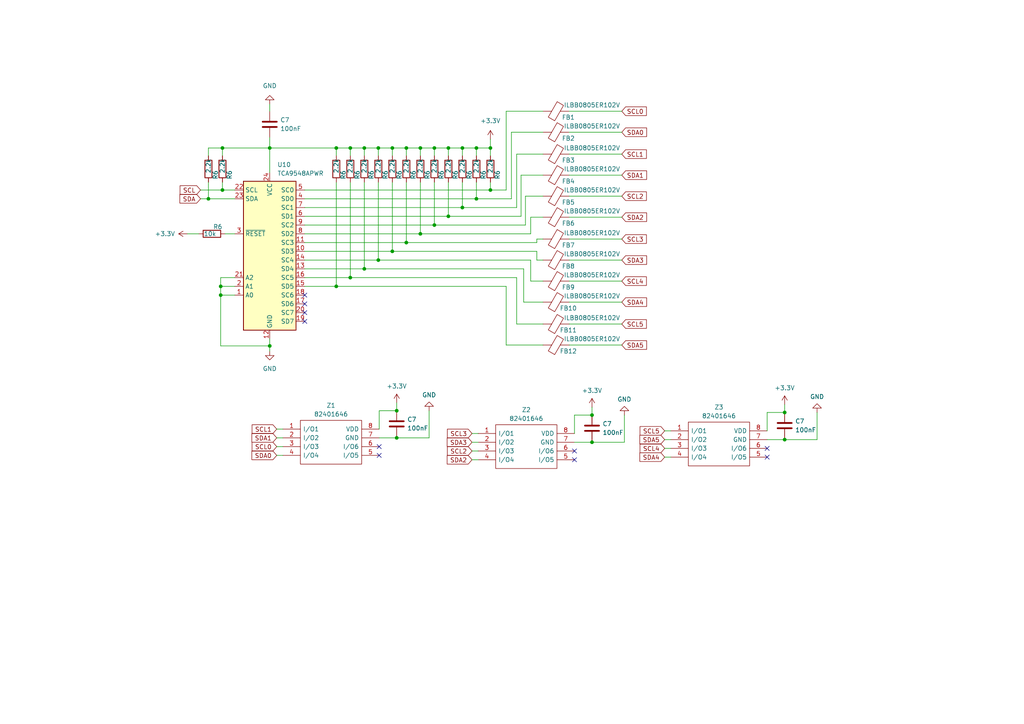
<source format=kicad_sch>
(kicad_sch (version 20230121) (generator eeschema)

  (uuid f78f0b05-f5da-4a8a-a0a4-54798f294b75)

  (paper "A4")

  (title_block
    (title "\"MicroKI\" - Digitale Zusatzanzeigen")
    (date "2023-12-09")
    (rev "P1.1")
    (company "Sascha Werblow aka. LitoWelt")
    (comment 1 "www.github.com/Xilent2010/MicroKI")
    (comment 2 "www.facebook.com/litowelt")
    (comment 3 "www.instagram.com/litowelt")
  )

  (lib_symbols
    (symbol "Device:C" (pin_numbers hide) (pin_names (offset 0.254)) (in_bom yes) (on_board yes)
      (property "Reference" "C" (at 0.635 2.54 0)
        (effects (font (size 1.27 1.27)) (justify left))
      )
      (property "Value" "C" (at 0.635 -2.54 0)
        (effects (font (size 1.27 1.27)) (justify left))
      )
      (property "Footprint" "" (at 0.9652 -3.81 0)
        (effects (font (size 1.27 1.27)) hide)
      )
      (property "Datasheet" "~" (at 0 0 0)
        (effects (font (size 1.27 1.27)) hide)
      )
      (property "ki_keywords" "cap capacitor" (at 0 0 0)
        (effects (font (size 1.27 1.27)) hide)
      )
      (property "ki_description" "Unpolarized capacitor" (at 0 0 0)
        (effects (font (size 1.27 1.27)) hide)
      )
      (property "ki_fp_filters" "C_*" (at 0 0 0)
        (effects (font (size 1.27 1.27)) hide)
      )
      (symbol "C_0_1"
        (polyline
          (pts
            (xy -2.032 -0.762)
            (xy 2.032 -0.762)
          )
          (stroke (width 0.508) (type default))
          (fill (type none))
        )
        (polyline
          (pts
            (xy -2.032 0.762)
            (xy 2.032 0.762)
          )
          (stroke (width 0.508) (type default))
          (fill (type none))
        )
      )
      (symbol "C_1_1"
        (pin passive line (at 0 3.81 270) (length 2.794)
          (name "~" (effects (font (size 1.27 1.27))))
          (number "1" (effects (font (size 1.27 1.27))))
        )
        (pin passive line (at 0 -3.81 90) (length 2.794)
          (name "~" (effects (font (size 1.27 1.27))))
          (number "2" (effects (font (size 1.27 1.27))))
        )
      )
    )
    (symbol "Device:FerriteBead" (pin_numbers hide) (pin_names (offset 0)) (in_bom yes) (on_board yes)
      (property "Reference" "FB" (at -3.81 0.635 90)
        (effects (font (size 1.27 1.27)))
      )
      (property "Value" "FerriteBead" (at 3.81 0 90)
        (effects (font (size 1.27 1.27)))
      )
      (property "Footprint" "" (at -1.778 0 90)
        (effects (font (size 1.27 1.27)) hide)
      )
      (property "Datasheet" "~" (at 0 0 0)
        (effects (font (size 1.27 1.27)) hide)
      )
      (property "ki_keywords" "L ferrite bead inductor filter" (at 0 0 0)
        (effects (font (size 1.27 1.27)) hide)
      )
      (property "ki_description" "Ferrite bead" (at 0 0 0)
        (effects (font (size 1.27 1.27)) hide)
      )
      (property "ki_fp_filters" "Inductor_* L_* *Ferrite*" (at 0 0 0)
        (effects (font (size 1.27 1.27)) hide)
      )
      (symbol "FerriteBead_0_1"
        (polyline
          (pts
            (xy 0 -1.27)
            (xy 0 -1.2192)
          )
          (stroke (width 0) (type default))
          (fill (type none))
        )
        (polyline
          (pts
            (xy 0 1.27)
            (xy 0 1.2954)
          )
          (stroke (width 0) (type default))
          (fill (type none))
        )
        (polyline
          (pts
            (xy -2.7686 0.4064)
            (xy -1.7018 2.2606)
            (xy 2.7686 -0.3048)
            (xy 1.6764 -2.159)
            (xy -2.7686 0.4064)
          )
          (stroke (width 0) (type default))
          (fill (type none))
        )
      )
      (symbol "FerriteBead_1_1"
        (pin passive line (at 0 3.81 270) (length 2.54)
          (name "~" (effects (font (size 1.27 1.27))))
          (number "1" (effects (font (size 1.27 1.27))))
        )
        (pin passive line (at 0 -3.81 90) (length 2.54)
          (name "~" (effects (font (size 1.27 1.27))))
          (number "2" (effects (font (size 1.27 1.27))))
        )
      )
    )
    (symbol "Device:R" (pin_numbers hide) (pin_names (offset 0)) (in_bom yes) (on_board yes)
      (property "Reference" "R" (at 2.032 0 90)
        (effects (font (size 1.27 1.27)))
      )
      (property "Value" "R" (at 0 0 90)
        (effects (font (size 1.27 1.27)))
      )
      (property "Footprint" "" (at -1.778 0 90)
        (effects (font (size 1.27 1.27)) hide)
      )
      (property "Datasheet" "~" (at 0 0 0)
        (effects (font (size 1.27 1.27)) hide)
      )
      (property "ki_keywords" "R res resistor" (at 0 0 0)
        (effects (font (size 1.27 1.27)) hide)
      )
      (property "ki_description" "Resistor" (at 0 0 0)
        (effects (font (size 1.27 1.27)) hide)
      )
      (property "ki_fp_filters" "R_*" (at 0 0 0)
        (effects (font (size 1.27 1.27)) hide)
      )
      (symbol "R_0_1"
        (rectangle (start -1.016 -2.54) (end 1.016 2.54)
          (stroke (width 0.254) (type default))
          (fill (type none))
        )
      )
      (symbol "R_1_1"
        (pin passive line (at 0 3.81 270) (length 1.27)
          (name "~" (effects (font (size 1.27 1.27))))
          (number "1" (effects (font (size 1.27 1.27))))
        )
        (pin passive line (at 0 -3.81 90) (length 1.27)
          (name "~" (effects (font (size 1.27 1.27))))
          (number "2" (effects (font (size 1.27 1.27))))
        )
      )
    )
    (symbol "Interface_Expansion:TCA9548APWR" (in_bom yes) (on_board yes)
      (property "Reference" "U" (at -7.62 21.59 0)
        (effects (font (size 1.27 1.27)) (justify left))
      )
      (property "Value" "TCA9548APWR" (at 1.016 21.59 0)
        (effects (font (size 1.27 1.27)) (justify left))
      )
      (property "Footprint" "Package_SO:TSSOP-24_4.4x7.8mm_P0.65mm" (at 0 -25.4 0)
        (effects (font (size 1.27 1.27)) hide)
      )
      (property "Datasheet" "http://www.ti.com/lit/ds/symlink/tca9548a.pdf" (at 1.27 6.35 0)
        (effects (font (size 1.27 1.27)) hide)
      )
      (property "ki_keywords" "Low voltage 8-channel I2C switch with reset" (at 0 0 0)
        (effects (font (size 1.27 1.27)) hide)
      )
      (property "ki_description" "Low voltage 8-channel I2C switch with reset, TSSOP-24" (at 0 0 0)
        (effects (font (size 1.27 1.27)) hide)
      )
      (property "ki_fp_filters" "TSSOP*4.4x7.8mm*P0.65mm*" (at 0 0 0)
        (effects (font (size 1.27 1.27)) hide)
      )
      (symbol "TCA9548APWR_0_1"
        (rectangle (start -7.62 20.32) (end 7.62 -22.86)
          (stroke (width 0.254) (type default))
          (fill (type background))
        )
      )
      (symbol "TCA9548APWR_1_1"
        (pin input line (at -10.16 -12.7 0) (length 2.54)
          (name "A0" (effects (font (size 1.27 1.27))))
          (number "1" (effects (font (size 1.27 1.27))))
        )
        (pin bidirectional line (at 10.16 0 180) (length 2.54)
          (name "SD3" (effects (font (size 1.27 1.27))))
          (number "10" (effects (font (size 1.27 1.27))))
        )
        (pin output line (at 10.16 2.54 180) (length 2.54)
          (name "SC3" (effects (font (size 1.27 1.27))))
          (number "11" (effects (font (size 1.27 1.27))))
        )
        (pin power_in line (at 0 -25.4 90) (length 2.54)
          (name "GND" (effects (font (size 1.27 1.27))))
          (number "12" (effects (font (size 1.27 1.27))))
        )
        (pin bidirectional line (at 10.16 -5.08 180) (length 2.54)
          (name "SD4" (effects (font (size 1.27 1.27))))
          (number "13" (effects (font (size 1.27 1.27))))
        )
        (pin output line (at 10.16 -2.54 180) (length 2.54)
          (name "SC4" (effects (font (size 1.27 1.27))))
          (number "14" (effects (font (size 1.27 1.27))))
        )
        (pin bidirectional line (at 10.16 -10.16 180) (length 2.54)
          (name "SD5" (effects (font (size 1.27 1.27))))
          (number "15" (effects (font (size 1.27 1.27))))
        )
        (pin output line (at 10.16 -7.62 180) (length 2.54)
          (name "SC5" (effects (font (size 1.27 1.27))))
          (number "16" (effects (font (size 1.27 1.27))))
        )
        (pin bidirectional line (at 10.16 -15.24 180) (length 2.54)
          (name "SD6" (effects (font (size 1.27 1.27))))
          (number "17" (effects (font (size 1.27 1.27))))
        )
        (pin output line (at 10.16 -12.7 180) (length 2.54)
          (name "SC6" (effects (font (size 1.27 1.27))))
          (number "18" (effects (font (size 1.27 1.27))))
        )
        (pin bidirectional line (at 10.16 -20.32 180) (length 2.54)
          (name "SD7" (effects (font (size 1.27 1.27))))
          (number "19" (effects (font (size 1.27 1.27))))
        )
        (pin input line (at -10.16 -10.16 0) (length 2.54)
          (name "A1" (effects (font (size 1.27 1.27))))
          (number "2" (effects (font (size 1.27 1.27))))
        )
        (pin output line (at 10.16 -17.78 180) (length 2.54)
          (name "SC7" (effects (font (size 1.27 1.27))))
          (number "20" (effects (font (size 1.27 1.27))))
        )
        (pin input line (at -10.16 -7.62 0) (length 2.54)
          (name "A2" (effects (font (size 1.27 1.27))))
          (number "21" (effects (font (size 1.27 1.27))))
        )
        (pin input line (at -10.16 17.78 0) (length 2.54)
          (name "SCL" (effects (font (size 1.27 1.27))))
          (number "22" (effects (font (size 1.27 1.27))))
        )
        (pin bidirectional line (at -10.16 15.24 0) (length 2.54)
          (name "SDA" (effects (font (size 1.27 1.27))))
          (number "23" (effects (font (size 1.27 1.27))))
        )
        (pin power_in line (at 0 22.86 270) (length 2.54)
          (name "VCC" (effects (font (size 1.27 1.27))))
          (number "24" (effects (font (size 1.27 1.27))))
        )
        (pin input line (at -10.16 5.08 0) (length 2.54)
          (name "~{RESET}" (effects (font (size 1.27 1.27))))
          (number "3" (effects (font (size 1.27 1.27))))
        )
        (pin bidirectional line (at 10.16 15.24 180) (length 2.54)
          (name "SD0" (effects (font (size 1.27 1.27))))
          (number "4" (effects (font (size 1.27 1.27))))
        )
        (pin output line (at 10.16 17.78 180) (length 2.54)
          (name "SC0" (effects (font (size 1.27 1.27))))
          (number "5" (effects (font (size 1.27 1.27))))
        )
        (pin bidirectional line (at 10.16 10.16 180) (length 2.54)
          (name "SD1" (effects (font (size 1.27 1.27))))
          (number "6" (effects (font (size 1.27 1.27))))
        )
        (pin output line (at 10.16 12.7 180) (length 2.54)
          (name "SC1" (effects (font (size 1.27 1.27))))
          (number "7" (effects (font (size 1.27 1.27))))
        )
        (pin bidirectional line (at 10.16 5.08 180) (length 2.54)
          (name "SD2" (effects (font (size 1.27 1.27))))
          (number "8" (effects (font (size 1.27 1.27))))
        )
        (pin output line (at 10.16 7.62 180) (length 2.54)
          (name "SC2" (effects (font (size 1.27 1.27))))
          (number "9" (effects (font (size 1.27 1.27))))
        )
      )
    )
    (symbol "SamacSys_Parts:82401646" (pin_names (offset 0.762)) (in_bom yes) (on_board yes)
      (property "Reference" "Z" (at 24.13 7.62 0)
        (effects (font (size 1.27 1.27)) (justify left))
      )
      (property "Value" "82401646" (at 24.13 5.08 0)
        (effects (font (size 1.27 1.27)) (justify left))
      )
      (property "Footprint" "SOP65P490X115-8N" (at 24.13 2.54 0)
        (effects (font (size 1.27 1.27)) (justify left) hide)
      )
      (property "Datasheet" "http://katalog.we-online.de/pbs/datasheet/82401646.pdf" (at 24.13 0 0)
        (effects (font (size 1.27 1.27)) (justify left) hide)
      )
      (property "Description" "Wurth Elektronik WE-TVS 82401646 Super Speed Series. Rail-2-rail 5V, 0.05pF / 0.2pF TVS Diode Array, 8-Pin MSOP" (at 24.13 -2.54 0)
        (effects (font (size 1.27 1.27)) (justify left) hide)
      )
      (property "Height" "1.15" (at 24.13 -5.08 0)
        (effects (font (size 1.27 1.27)) (justify left) hide)
      )
      (property "Mouser Part Number" "710-82401646" (at 24.13 -7.62 0)
        (effects (font (size 1.27 1.27)) (justify left) hide)
      )
      (property "Mouser Price/Stock" "https://www.mouser.co.uk/ProductDetail/Wurth-Elektronik/82401646?qs=J4sk5G6CMwZ8a7i5kbYBow%3D%3D" (at 24.13 -10.16 0)
        (effects (font (size 1.27 1.27)) (justify left) hide)
      )
      (property "Manufacturer_Name" "Wurth Elektronik" (at 24.13 -12.7 0)
        (effects (font (size 1.27 1.27)) (justify left) hide)
      )
      (property "Manufacturer_Part_Number" "82401646" (at 24.13 -15.24 0)
        (effects (font (size 1.27 1.27)) (justify left) hide)
      )
      (property "ki_description" "Wurth Elektronik WE-TVS 82401646 Super Speed Series. Rail-2-rail 5V, 0.05pF / 0.2pF TVS Diode Array, 8-Pin MSOP" (at 0 0 0)
        (effects (font (size 1.27 1.27)) hide)
      )
      (symbol "82401646_0_0"
        (pin input line (at 0 0 0) (length 5.08)
          (name "I/O1" (effects (font (size 1.27 1.27))))
          (number "1" (effects (font (size 1.27 1.27))))
        )
        (pin input line (at 0 -2.54 0) (length 5.08)
          (name "I/O2" (effects (font (size 1.27 1.27))))
          (number "2" (effects (font (size 1.27 1.27))))
        )
        (pin input line (at 0 -5.08 0) (length 5.08)
          (name "I/O3" (effects (font (size 1.27 1.27))))
          (number "3" (effects (font (size 1.27 1.27))))
        )
        (pin input line (at 0 -7.62 0) (length 5.08)
          (name "I/O4" (effects (font (size 1.27 1.27))))
          (number "4" (effects (font (size 1.27 1.27))))
        )
        (pin input line (at 27.94 -7.62 180) (length 5.08)
          (name "I/O5" (effects (font (size 1.27 1.27))))
          (number "5" (effects (font (size 1.27 1.27))))
        )
        (pin input line (at 27.94 -5.08 180) (length 5.08)
          (name "I/O6" (effects (font (size 1.27 1.27))))
          (number "6" (effects (font (size 1.27 1.27))))
        )
        (pin power_in line (at 27.94 -2.54 180) (length 5.08)
          (name "GND" (effects (font (size 1.27 1.27))))
          (number "7" (effects (font (size 1.27 1.27))))
        )
        (pin power_in line (at 27.94 0 180) (length 5.08)
          (name "VDD" (effects (font (size 1.27 1.27))))
          (number "8" (effects (font (size 1.27 1.27))))
        )
      )
      (symbol "82401646_0_1"
        (polyline
          (pts
            (xy 5.08 2.54)
            (xy 22.86 2.54)
            (xy 22.86 -10.16)
            (xy 5.08 -10.16)
            (xy 5.08 2.54)
          )
          (stroke (width 0.1524) (type solid))
          (fill (type none))
        )
      )
    )
    (symbol "power:+3.3V" (power) (pin_names (offset 0)) (in_bom yes) (on_board yes)
      (property "Reference" "#PWR" (at 0 -3.81 0)
        (effects (font (size 1.27 1.27)) hide)
      )
      (property "Value" "+3.3V" (at 0 3.556 0)
        (effects (font (size 1.27 1.27)))
      )
      (property "Footprint" "" (at 0 0 0)
        (effects (font (size 1.27 1.27)) hide)
      )
      (property "Datasheet" "" (at 0 0 0)
        (effects (font (size 1.27 1.27)) hide)
      )
      (property "ki_keywords" "global power" (at 0 0 0)
        (effects (font (size 1.27 1.27)) hide)
      )
      (property "ki_description" "Power symbol creates a global label with name \"+3.3V\"" (at 0 0 0)
        (effects (font (size 1.27 1.27)) hide)
      )
      (symbol "+3.3V_0_1"
        (polyline
          (pts
            (xy -0.762 1.27)
            (xy 0 2.54)
          )
          (stroke (width 0) (type default))
          (fill (type none))
        )
        (polyline
          (pts
            (xy 0 0)
            (xy 0 2.54)
          )
          (stroke (width 0) (type default))
          (fill (type none))
        )
        (polyline
          (pts
            (xy 0 2.54)
            (xy 0.762 1.27)
          )
          (stroke (width 0) (type default))
          (fill (type none))
        )
      )
      (symbol "+3.3V_1_1"
        (pin power_in line (at 0 0 90) (length 0) hide
          (name "+3.3V" (effects (font (size 1.27 1.27))))
          (number "1" (effects (font (size 1.27 1.27))))
        )
      )
    )
    (symbol "power:GND" (power) (pin_names (offset 0)) (in_bom yes) (on_board yes)
      (property "Reference" "#PWR" (at 0 -6.35 0)
        (effects (font (size 1.27 1.27)) hide)
      )
      (property "Value" "GND" (at 0 -3.81 0)
        (effects (font (size 1.27 1.27)))
      )
      (property "Footprint" "" (at 0 0 0)
        (effects (font (size 1.27 1.27)) hide)
      )
      (property "Datasheet" "" (at 0 0 0)
        (effects (font (size 1.27 1.27)) hide)
      )
      (property "ki_keywords" "global power" (at 0 0 0)
        (effects (font (size 1.27 1.27)) hide)
      )
      (property "ki_description" "Power symbol creates a global label with name \"GND\" , ground" (at 0 0 0)
        (effects (font (size 1.27 1.27)) hide)
      )
      (symbol "GND_0_1"
        (polyline
          (pts
            (xy 0 0)
            (xy 0 -1.27)
            (xy 1.27 -1.27)
            (xy 0 -2.54)
            (xy -1.27 -1.27)
            (xy 0 -1.27)
          )
          (stroke (width 0) (type default))
          (fill (type none))
        )
      )
      (symbol "GND_1_1"
        (pin power_in line (at 0 0 270) (length 0) hide
          (name "GND" (effects (font (size 1.27 1.27))))
          (number "1" (effects (font (size 1.27 1.27))))
        )
      )
    )
  )

  (junction (at 171.704 120.396) (diameter 0) (color 0 0 0 0)
    (uuid 022502bb-98ae-420c-b38c-b9ae0b738db0)
  )
  (junction (at 113.792 72.898) (diameter 0) (color 0 0 0 0)
    (uuid 09006a00-d89b-4856-8724-4c11ca733df4)
  )
  (junction (at 78.232 100.33) (diameter 0) (color 0 0 0 0)
    (uuid 09900ef6-91a2-4181-a76c-3eb740191cfe)
  )
  (junction (at 109.728 75.438) (diameter 0) (color 0 0 0 0)
    (uuid 12b21354-1e48-49b1-81b5-dc289a002d66)
  )
  (junction (at 125.984 65.278) (diameter 0) (color 0 0 0 0)
    (uuid 18d45d3f-0e14-443b-bcee-5b9dda176542)
  )
  (junction (at 97.536 83.058) (diameter 0) (color 0 0 0 0)
    (uuid 1a0c7ad0-b914-4567-bfc0-9049d7e80eea)
  )
  (junction (at 64.516 42.926) (diameter 0) (color 0 0 0 0)
    (uuid 23102529-2c12-4a2c-b7ec-cc433ce9d05a)
  )
  (junction (at 64.516 55.118) (diameter 0) (color 0 0 0 0)
    (uuid 2f0a5245-c53e-4e64-8668-cc6c85e2b97f)
  )
  (junction (at 113.792 42.926) (diameter 0) (color 0 0 0 0)
    (uuid 300f726b-0edf-427c-acbb-18dcde1c2f6c)
  )
  (junction (at 142.24 55.118) (diameter 0) (color 0 0 0 0)
    (uuid 3766a094-1bff-4544-926a-552f10632781)
  )
  (junction (at 227.584 127.508) (diameter 0) (color 0 0 0 0)
    (uuid 3de95595-9647-4d61-9ffd-6948d5e81e87)
  )
  (junction (at 121.92 42.926) (diameter 0) (color 0 0 0 0)
    (uuid 41bc6ab3-b1b6-400e-8fe6-ffa82e44a1b1)
  )
  (junction (at 97.536 42.926) (diameter 0) (color 0 0 0 0)
    (uuid 42c62d84-6bfc-4aa8-a538-bb3437d42709)
  )
  (junction (at 60.452 57.658) (diameter 0) (color 0 0 0 0)
    (uuid 4403bfd1-672f-4de9-9756-1edfaa0aefd0)
  )
  (junction (at 101.6 80.518) (diameter 0) (color 0 0 0 0)
    (uuid 4d9cabe9-9542-4e76-ad1e-66d3252abcf4)
  )
  (junction (at 115.062 119.126) (diameter 0) (color 0 0 0 0)
    (uuid 51e8aded-e51f-4e4d-8fdc-32e4d817586d)
  )
  (junction (at 171.704 128.27) (diameter 0) (color 0 0 0 0)
    (uuid 58275bba-5329-410a-b3a5-38c2e74dd8ca)
  )
  (junction (at 64.008 83.058) (diameter 0) (color 0 0 0 0)
    (uuid 5c81d62e-d5f2-42e8-b444-d70bb6afd56f)
  )
  (junction (at 138.176 42.926) (diameter 0) (color 0 0 0 0)
    (uuid 5d76ded5-6f52-47d2-806f-84243d227d0d)
  )
  (junction (at 134.112 60.198) (diameter 0) (color 0 0 0 0)
    (uuid 5f7a96e0-b45f-41a3-80ee-226815fefbc4)
  )
  (junction (at 138.176 57.658) (diameter 0) (color 0 0 0 0)
    (uuid 5fa77cb0-b85a-4709-8527-b8a31a2898c6)
  )
  (junction (at 130.048 42.926) (diameter 0) (color 0 0 0 0)
    (uuid 60672ea7-8f28-413d-b728-d024ffb5d2be)
  )
  (junction (at 117.856 42.926) (diameter 0) (color 0 0 0 0)
    (uuid 679ac7ee-3ee0-424f-8257-9c40832cf36b)
  )
  (junction (at 109.728 42.926) (diameter 0) (color 0 0 0 0)
    (uuid 7884918c-dd4a-4311-8ec7-db6c516f7f2b)
  )
  (junction (at 115.062 127) (diameter 0) (color 0 0 0 0)
    (uuid 80eeaedb-61fd-4512-a7c5-1eaa68e3ffb3)
  )
  (junction (at 78.232 42.926) (diameter 0) (color 0 0 0 0)
    (uuid 81361a3e-5dc8-4aec-b3f1-2a132bbae6a7)
  )
  (junction (at 142.24 42.926) (diameter 0) (color 0 0 0 0)
    (uuid 87a8138f-c2d7-4a7d-9463-d25582dfdca1)
  )
  (junction (at 64.008 85.598) (diameter 0) (color 0 0 0 0)
    (uuid 8ec4911d-2450-44ce-a464-f16d04413cf1)
  )
  (junction (at 130.048 62.738) (diameter 0) (color 0 0 0 0)
    (uuid a6ac7417-085b-46cc-85c6-1724983dfd86)
  )
  (junction (at 125.984 42.926) (diameter 0) (color 0 0 0 0)
    (uuid b1c2253f-b27d-44e7-8fda-16eff1c39e89)
  )
  (junction (at 105.664 77.978) (diameter 0) (color 0 0 0 0)
    (uuid b3682f27-e9f0-4a77-b3fe-345960f58c12)
  )
  (junction (at 121.92 67.818) (diameter 0) (color 0 0 0 0)
    (uuid bb3a7b41-d176-487d-ae86-523628ced71f)
  )
  (junction (at 134.112 42.926) (diameter 0) (color 0 0 0 0)
    (uuid beb436d6-9e9d-48e2-9967-a29470d5c10b)
  )
  (junction (at 101.6 42.926) (diameter 0) (color 0 0 0 0)
    (uuid c366c20e-a407-428e-a83c-d7257a27ce06)
  )
  (junction (at 105.664 42.926) (diameter 0) (color 0 0 0 0)
    (uuid c848b90a-1185-4627-8ab1-e2bc515dc19e)
  )
  (junction (at 117.856 70.358) (diameter 0) (color 0 0 0 0)
    (uuid d2b1a0d4-d37a-4045-b5dd-17fb58277449)
  )
  (junction (at 227.584 119.634) (diameter 0) (color 0 0 0 0)
    (uuid e17b0b5c-68a6-4965-8b7a-7776e7aff21c)
  )

  (no_connect (at 88.392 90.678) (uuid 0bdc8df7-3090-448c-b9ba-b3dfcea88351))
  (no_connect (at 88.392 93.218) (uuid 12f607a3-14b3-4e99-a15d-3180928c5613))
  (no_connect (at 109.982 129.54) (uuid 257e4a51-618f-4dec-be54-791088bbb761))
  (no_connect (at 222.504 130.048) (uuid 36b3edee-dc2d-41c6-8f3e-3982b9c916b3))
  (no_connect (at 88.392 88.138) (uuid 6b1517a9-c3ed-49b9-9b91-cc8f83020622))
  (no_connect (at 166.624 133.35) (uuid 7c8d7499-20bd-46f0-af32-f09ae5673a34))
  (no_connect (at 109.982 132.08) (uuid 8ca76270-a855-4483-bfca-b2dacc4a7580))
  (no_connect (at 222.504 132.588) (uuid b2c4c701-7962-4ca9-870d-f2117e67685b))
  (no_connect (at 88.392 85.598) (uuid b64c862c-0571-47a4-a764-9940f010f756))
  (no_connect (at 166.624 130.81) (uuid f159c14c-53ce-4524-ac19-f074047f31e5))

  (wire (pts (xy 109.982 119.126) (xy 115.062 119.126))
    (stroke (width 0) (type default))
    (uuid 007412f0-5497-4cda-8e2d-39495ae89277)
  )
  (wire (pts (xy 109.728 52.832) (xy 109.728 75.438))
    (stroke (width 0) (type default))
    (uuid 04351290-ce25-4036-965b-9017e1ffb0de)
  )
  (wire (pts (xy 171.704 128.27) (xy 181.102 128.27))
    (stroke (width 0) (type default))
    (uuid 060330e7-1510-4f2b-b9fb-4b24e0bebd93)
  )
  (wire (pts (xy 97.536 42.926) (xy 101.6 42.926))
    (stroke (width 0) (type default))
    (uuid 0c211951-09c5-40b5-a222-1be0d38747d0)
  )
  (wire (pts (xy 64.516 42.926) (xy 64.516 45.212))
    (stroke (width 0) (type default))
    (uuid 0d223cd6-bb84-4901-890e-7d0a88bf2042)
  )
  (wire (pts (xy 64.008 80.518) (xy 64.008 83.058))
    (stroke (width 0) (type default))
    (uuid 0fc1ae4c-c8e9-4d62-ac75-fb0d462a6d0a)
  )
  (wire (pts (xy 121.92 42.926) (xy 121.92 45.212))
    (stroke (width 0) (type default))
    (uuid 10a89853-3167-4393-bc5a-958a07088407)
  )
  (wire (pts (xy 88.392 70.358) (xy 117.856 70.358))
    (stroke (width 0) (type default))
    (uuid 1201f333-1059-4c91-9371-9677571b2ba4)
  )
  (wire (pts (xy 105.664 42.926) (xy 109.728 42.926))
    (stroke (width 0) (type default))
    (uuid 15ea8786-d170-4de6-8e5e-7ca37008956c)
  )
  (wire (pts (xy 97.536 52.832) (xy 97.536 83.058))
    (stroke (width 0) (type default))
    (uuid 1665adeb-56dd-4384-a6bb-78482691a445)
  )
  (wire (pts (xy 64.008 100.33) (xy 78.232 100.33))
    (stroke (width 0) (type default))
    (uuid 177e8ffd-de22-481f-b7bc-b04814a92e7a)
  )
  (wire (pts (xy 146.812 83.058) (xy 146.812 100.076))
    (stroke (width 0) (type default))
    (uuid 1b6a5db6-7782-4273-a7a4-1dbd2e5a35fa)
  )
  (wire (pts (xy 155.702 69.342) (xy 157.48 69.342))
    (stroke (width 0) (type default))
    (uuid 1e07a9a1-ae54-4262-8deb-a211253161ce)
  )
  (wire (pts (xy 134.112 60.198) (xy 149.86 60.198))
    (stroke (width 0) (type default))
    (uuid 23046223-9afa-4e7a-b2c7-67e53ca92fc0)
  )
  (wire (pts (xy 165.1 69.342) (xy 180.34 69.342))
    (stroke (width 0) (type default))
    (uuid 236d3d88-e082-4299-947b-0d239b9a43a3)
  )
  (wire (pts (xy 149.86 60.198) (xy 149.86 44.704))
    (stroke (width 0) (type default))
    (uuid 2370f924-835c-4de0-826c-e75876dfc5ed)
  )
  (wire (pts (xy 149.86 44.704) (xy 157.48 44.704))
    (stroke (width 0) (type default))
    (uuid 2522e45a-9c05-406b-812c-ce316e0d67a8)
  )
  (wire (pts (xy 153.924 67.818) (xy 153.924 62.992))
    (stroke (width 0) (type default))
    (uuid 2a3a4179-c4de-4e07-9b3f-c9b20f4ac25e)
  )
  (wire (pts (xy 97.536 83.058) (xy 146.812 83.058))
    (stroke (width 0) (type default))
    (uuid 2bdf117e-08d7-44c3-90f2-a2200b723daf)
  )
  (wire (pts (xy 130.048 42.926) (xy 134.112 42.926))
    (stroke (width 0) (type default))
    (uuid 2cfb7ff4-2cce-4884-bbfa-da365b143ad2)
  )
  (wire (pts (xy 113.792 42.926) (xy 113.792 45.212))
    (stroke (width 0) (type default))
    (uuid 2da3c80b-fa36-4952-86ce-ee596065c7da)
  )
  (wire (pts (xy 78.232 100.33) (xy 78.232 101.854))
    (stroke (width 0) (type default))
    (uuid 2e121dd6-b36b-49ee-b083-e1de6d7aee9b)
  )
  (wire (pts (xy 68.072 80.518) (xy 64.008 80.518))
    (stroke (width 0) (type default))
    (uuid 30a192f1-0631-415a-83a4-980817aedfd5)
  )
  (wire (pts (xy 121.92 67.818) (xy 153.924 67.818))
    (stroke (width 0) (type default))
    (uuid 30fb952c-9b39-4ec2-a98c-b6164b68dc1d)
  )
  (wire (pts (xy 222.504 119.634) (xy 227.584 119.634))
    (stroke (width 0) (type default))
    (uuid 3366cee1-65b1-4b10-978b-ab6b4fba604d)
  )
  (wire (pts (xy 88.392 60.198) (xy 134.112 60.198))
    (stroke (width 0) (type default))
    (uuid 3621eb8b-003d-4837-8d22-25533262c999)
  )
  (wire (pts (xy 227.584 127.508) (xy 236.982 127.508))
    (stroke (width 0) (type default))
    (uuid 36480c79-eedf-48d3-9c51-bf48a588df8a)
  )
  (wire (pts (xy 166.624 125.73) (xy 166.624 120.396))
    (stroke (width 0) (type default))
    (uuid 36fda162-5c45-4ee0-9bb1-b318884d189a)
  )
  (wire (pts (xy 125.984 42.926) (xy 125.984 45.212))
    (stroke (width 0) (type default))
    (uuid 3767c16f-b66c-4c00-af19-76c682eb6967)
  )
  (wire (pts (xy 88.392 80.518) (xy 101.6 80.518))
    (stroke (width 0) (type default))
    (uuid 380b33a0-5bfc-4d1e-9409-afbe4c087fa0)
  )
  (wire (pts (xy 60.452 45.212) (xy 60.452 42.926))
    (stroke (width 0) (type default))
    (uuid 3814f78f-0a0f-4057-803d-31dbea195d42)
  )
  (wire (pts (xy 60.452 42.926) (xy 64.516 42.926))
    (stroke (width 0) (type default))
    (uuid 398600b3-43cf-4d05-9e02-45377cfbe535)
  )
  (wire (pts (xy 88.392 57.658) (xy 138.176 57.658))
    (stroke (width 0) (type default))
    (uuid 3ab21fbe-b994-4925-ba09-400ce6336ffa)
  )
  (wire (pts (xy 109.728 42.926) (xy 113.792 42.926))
    (stroke (width 0) (type default))
    (uuid 3e1008f5-61c9-42b3-8485-fe680f51dc00)
  )
  (wire (pts (xy 109.982 124.46) (xy 109.982 119.126))
    (stroke (width 0) (type default))
    (uuid 3f01c380-bdb3-48e6-b7f4-cc09abea9220)
  )
  (wire (pts (xy 80.264 127) (xy 82.042 127))
    (stroke (width 0) (type default))
    (uuid 4060930c-7a3e-4f61-b9b2-813810f5db58)
  )
  (wire (pts (xy 142.24 42.926) (xy 142.24 45.212))
    (stroke (width 0) (type default))
    (uuid 41c25c79-a662-454e-9962-fb864fbd32d3)
  )
  (wire (pts (xy 155.702 70.358) (xy 155.702 69.342))
    (stroke (width 0) (type default))
    (uuid 4895fb40-e830-424f-90a8-c87d5b380f83)
  )
  (wire (pts (xy 54.356 67.818) (xy 57.658 67.818))
    (stroke (width 0) (type default))
    (uuid 4900e401-c8ce-4f71-b900-aa867d1f8634)
  )
  (wire (pts (xy 138.176 52.832) (xy 138.176 57.658))
    (stroke (width 0) (type default))
    (uuid 4936cf2e-a013-4a02-950d-e30630b6f017)
  )
  (wire (pts (xy 65.278 67.818) (xy 68.072 67.818))
    (stroke (width 0) (type default))
    (uuid 4be029b4-acbd-4b0d-a3ac-aa16aba73e62)
  )
  (wire (pts (xy 88.392 72.898) (xy 113.792 72.898))
    (stroke (width 0) (type default))
    (uuid 4e3191ca-29ab-4b74-89a2-508c29112dd7)
  )
  (wire (pts (xy 153.924 81.534) (xy 157.48 81.534))
    (stroke (width 0) (type default))
    (uuid 4e3dec49-0419-4626-8c2a-48107da7e690)
  )
  (wire (pts (xy 78.232 100.33) (xy 78.232 98.298))
    (stroke (width 0) (type default))
    (uuid 4ef77f79-9208-410b-99f9-6a45c3ae3b0c)
  )
  (wire (pts (xy 148.336 57.658) (xy 148.336 38.354))
    (stroke (width 0) (type default))
    (uuid 4f4e8508-bc3c-4c91-a96c-b30af1cf4071)
  )
  (wire (pts (xy 149.86 80.518) (xy 149.86 93.98))
    (stroke (width 0) (type default))
    (uuid 503e23af-c28f-4a1a-a92e-c91d90dbccca)
  )
  (wire (pts (xy 171.704 128.27) (xy 171.704 128.016))
    (stroke (width 0) (type default))
    (uuid 5124c9cf-b783-43c5-8ce3-18a91dea313a)
  )
  (wire (pts (xy 134.112 42.926) (xy 138.176 42.926))
    (stroke (width 0) (type default))
    (uuid 56d75ce2-db2f-4842-8029-5445bf997b69)
  )
  (wire (pts (xy 165.1 100.076) (xy 180.34 100.076))
    (stroke (width 0) (type default))
    (uuid 5e81ea51-24dc-4f70-9ab3-afacb7407485)
  )
  (wire (pts (xy 149.86 93.98) (xy 157.48 93.98))
    (stroke (width 0) (type default))
    (uuid 5f4aa029-9a95-48d0-b849-643cea85d72f)
  )
  (wire (pts (xy 88.392 65.278) (xy 125.984 65.278))
    (stroke (width 0) (type default))
    (uuid 60e982c8-a437-4b63-a4fd-72f6714c1d9c)
  )
  (wire (pts (xy 222.504 124.968) (xy 222.504 119.634))
    (stroke (width 0) (type default))
    (uuid 618512ef-249e-4d87-beca-1ae13b330744)
  )
  (wire (pts (xy 101.6 52.832) (xy 101.6 80.518))
    (stroke (width 0) (type default))
    (uuid 6245de90-1cbf-44f7-970e-fd0e366e2c66)
  )
  (wire (pts (xy 130.048 42.926) (xy 130.048 45.212))
    (stroke (width 0) (type default))
    (uuid 63a47b9f-0b55-42c2-8c81-c6d1beb1cd08)
  )
  (wire (pts (xy 60.452 57.658) (xy 60.452 52.832))
    (stroke (width 0) (type default))
    (uuid 657e62f8-103c-4a74-905a-274c340cf3ca)
  )
  (wire (pts (xy 151.892 77.978) (xy 151.892 87.63))
    (stroke (width 0) (type default))
    (uuid 65b7dbcc-835d-4fed-ab7b-81c5fc32d949)
  )
  (wire (pts (xy 130.048 62.738) (xy 151.13 62.738))
    (stroke (width 0) (type default))
    (uuid 65ddf978-05b7-4dad-89ae-05fbb2248697)
  )
  (wire (pts (xy 165.1 62.992) (xy 180.34 62.992))
    (stroke (width 0) (type default))
    (uuid 6631aa04-d971-47ca-a7de-b750df9ee9e0)
  )
  (wire (pts (xy 165.1 56.896) (xy 180.34 56.896))
    (stroke (width 0) (type default))
    (uuid 668d98a0-f44e-48b5-a390-714efaddf88a)
  )
  (wire (pts (xy 64.516 55.118) (xy 64.516 52.832))
    (stroke (width 0) (type default))
    (uuid 673f7fd0-e4b6-4917-ba53-ccde50d63370)
  )
  (wire (pts (xy 165.1 75.438) (xy 180.34 75.438))
    (stroke (width 0) (type default))
    (uuid 67c8e504-ce11-42b5-94d1-5a2114bf0fac)
  )
  (wire (pts (xy 115.062 127) (xy 115.062 126.746))
    (stroke (width 0) (type default))
    (uuid 6838d6d3-b767-4672-867f-672d11337838)
  )
  (wire (pts (xy 64.008 85.598) (xy 68.072 85.598))
    (stroke (width 0) (type default))
    (uuid 696532b9-9d12-40f0-b7d0-ba582d7628b6)
  )
  (wire (pts (xy 130.048 52.832) (xy 130.048 62.738))
    (stroke (width 0) (type default))
    (uuid 6b71cc5d-1a30-48ec-bf88-9fd4dc658ff0)
  )
  (wire (pts (xy 109.982 127) (xy 115.062 127))
    (stroke (width 0) (type default))
    (uuid 6c49425c-0b17-4e59-87a3-e01898e61a1a)
  )
  (wire (pts (xy 165.1 81.534) (xy 180.34 81.534))
    (stroke (width 0) (type default))
    (uuid 6cbe7065-08d5-4d9a-bb8d-aa5326313fb1)
  )
  (wire (pts (xy 138.684 133.35) (xy 136.906 133.35))
    (stroke (width 0) (type default))
    (uuid 6d3bbf8f-d4f6-4ec1-bd2e-f759630cca16)
  )
  (wire (pts (xy 155.702 75.438) (xy 157.48 75.438))
    (stroke (width 0) (type default))
    (uuid 6dd42376-cd29-4ad7-9870-f51a00f8d920)
  )
  (wire (pts (xy 236.982 119.634) (xy 236.982 127.508))
    (stroke (width 0) (type default))
    (uuid 6f9a0ca9-3b5b-44b8-b6e8-42c1d1fa496f)
  )
  (wire (pts (xy 105.664 42.926) (xy 105.664 45.212))
    (stroke (width 0) (type default))
    (uuid 71b7e304-68e0-4890-99e0-f56ad08d7ff8)
  )
  (wire (pts (xy 166.624 120.396) (xy 171.704 120.396))
    (stroke (width 0) (type default))
    (uuid 74886620-8ce9-4c51-80d4-63976b72b249)
  )
  (wire (pts (xy 80.264 124.46) (xy 82.042 124.46))
    (stroke (width 0) (type default))
    (uuid 789f8f99-97d8-4c79-a384-4e0d4683d57d)
  )
  (wire (pts (xy 171.704 118.11) (xy 171.704 120.396))
    (stroke (width 0) (type default))
    (uuid 7b61e6e5-dd35-4381-a101-794f39dc1f89)
  )
  (wire (pts (xy 194.564 124.968) (xy 192.786 124.968))
    (stroke (width 0) (type default))
    (uuid 7c0ea0f4-7eaa-408b-9236-301ef24cd8ec)
  )
  (wire (pts (xy 146.812 100.076) (xy 157.48 100.076))
    (stroke (width 0) (type default))
    (uuid 7ccf2f04-437e-4623-88d5-8e95f394bd09)
  )
  (wire (pts (xy 165.1 87.63) (xy 180.34 87.63))
    (stroke (width 0) (type default))
    (uuid 7e9c6b5c-a458-4cd5-bc01-641ed6a9978f)
  )
  (wire (pts (xy 134.112 52.832) (xy 134.112 60.198))
    (stroke (width 0) (type default))
    (uuid 809c466a-5969-4075-ac0d-b935cbc9cf7e)
  )
  (wire (pts (xy 125.984 52.832) (xy 125.984 65.278))
    (stroke (width 0) (type default))
    (uuid 816376a2-9251-4c9a-a774-6c1523543b07)
  )
  (wire (pts (xy 78.232 30.226) (xy 78.232 32.258))
    (stroke (width 0) (type default))
    (uuid 8397e9ad-1c38-4a34-ae1f-8d2e44045e7d)
  )
  (wire (pts (xy 64.008 83.058) (xy 68.072 83.058))
    (stroke (width 0) (type default))
    (uuid 86b09693-2778-4acc-b75c-5666976ba1c9)
  )
  (wire (pts (xy 136.906 125.73) (xy 138.684 125.73))
    (stroke (width 0) (type default))
    (uuid 8742388f-935a-485f-a73a-de1d0e6dee28)
  )
  (wire (pts (xy 151.13 62.738) (xy 151.13 50.8))
    (stroke (width 0) (type default))
    (uuid 8ba6d350-3381-4a89-a8a1-12fc581895d3)
  )
  (wire (pts (xy 194.564 127.508) (xy 192.786 127.508))
    (stroke (width 0) (type default))
    (uuid 8bfba946-89a1-497d-8082-ebc720684d4c)
  )
  (wire (pts (xy 166.624 128.27) (xy 171.704 128.27))
    (stroke (width 0) (type default))
    (uuid 8f20d3b2-fa5d-4fc9-a0f3-52326e07ab35)
  )
  (wire (pts (xy 113.792 42.926) (xy 117.856 42.926))
    (stroke (width 0) (type default))
    (uuid 8f516ead-f788-4ef4-971f-5dacd62ffe96)
  )
  (wire (pts (xy 58.166 55.118) (xy 64.516 55.118))
    (stroke (width 0) (type default))
    (uuid 8f872579-3f49-4dbf-a433-c93ec14c2fa8)
  )
  (wire (pts (xy 68.072 57.658) (xy 60.452 57.658))
    (stroke (width 0) (type default))
    (uuid 909d1eac-df23-4151-8348-27308acf9a46)
  )
  (wire (pts (xy 78.232 42.926) (xy 78.232 50.038))
    (stroke (width 0) (type default))
    (uuid 912ec3d4-8ea4-4068-b81d-9e62f45d605f)
  )
  (wire (pts (xy 138.176 57.658) (xy 148.336 57.658))
    (stroke (width 0) (type default))
    (uuid 92a4e88a-29c8-469c-8b47-63a98e858ea5)
  )
  (wire (pts (xy 142.24 40.386) (xy 142.24 42.926))
    (stroke (width 0) (type default))
    (uuid 93ed6e4c-c40f-4ec6-b7e9-00106e00f6a0)
  )
  (wire (pts (xy 121.92 42.926) (xy 125.984 42.926))
    (stroke (width 0) (type default))
    (uuid 93ee1d7f-702c-471b-bbd6-465bd739c5bb)
  )
  (wire (pts (xy 115.062 116.84) (xy 115.062 119.126))
    (stroke (width 0) (type default))
    (uuid 96cc641a-92e6-412c-a423-d93e566ae505)
  )
  (wire (pts (xy 117.856 42.926) (xy 117.856 45.212))
    (stroke (width 0) (type default))
    (uuid 975e1f9e-468e-4df5-8090-daf8a3509896)
  )
  (wire (pts (xy 117.856 70.358) (xy 155.702 70.358))
    (stroke (width 0) (type default))
    (uuid 99829e6c-2ec2-4b1b-a15e-bdde686b904a)
  )
  (wire (pts (xy 138.176 42.926) (xy 142.24 42.926))
    (stroke (width 0) (type default))
    (uuid 9a9997c7-1d0f-46f1-9c4f-c6287508b95a)
  )
  (wire (pts (xy 222.504 127.508) (xy 227.584 127.508))
    (stroke (width 0) (type default))
    (uuid 9ab25517-7517-4079-a66b-f39fb2ff9c8c)
  )
  (wire (pts (xy 153.924 75.438) (xy 153.924 81.534))
    (stroke (width 0) (type default))
    (uuid 9ad5c517-eaea-40b5-b0c5-788d8cca4fea)
  )
  (wire (pts (xy 155.702 72.898) (xy 155.702 75.438))
    (stroke (width 0) (type default))
    (uuid 9d02e1d6-8ffe-43a7-a6f7-715c76b8efc7)
  )
  (wire (pts (xy 88.392 62.738) (xy 130.048 62.738))
    (stroke (width 0) (type default))
    (uuid 9eb1d7aa-4ddc-47f9-a9d4-2780c373b1c0)
  )
  (wire (pts (xy 109.728 42.926) (xy 109.728 45.212))
    (stroke (width 0) (type default))
    (uuid 9ef20504-65cb-4998-9fe7-00d6800b30a6)
  )
  (wire (pts (xy 165.1 38.354) (xy 180.34 38.354))
    (stroke (width 0) (type default))
    (uuid a12c264a-19ce-4d5d-9238-354afebf5ab3)
  )
  (wire (pts (xy 78.232 39.878) (xy 78.232 42.926))
    (stroke (width 0) (type default))
    (uuid a1d2f1b0-4712-4e95-8e8a-33b0c7c90b05)
  )
  (wire (pts (xy 192.786 130.048) (xy 194.564 130.048))
    (stroke (width 0) (type default))
    (uuid a2f434ae-c641-4f91-884c-793eb91e7fc2)
  )
  (wire (pts (xy 151.13 50.8) (xy 157.48 50.8))
    (stroke (width 0) (type default))
    (uuid a4c1ba1a-b9d8-46e4-b3b7-2ccb14dcf5d5)
  )
  (wire (pts (xy 227.584 127.508) (xy 227.584 127.254))
    (stroke (width 0) (type default))
    (uuid a5c097f2-450c-4533-8521-34ed8f917a0b)
  )
  (wire (pts (xy 165.1 32.258) (xy 180.34 32.258))
    (stroke (width 0) (type default))
    (uuid a6b3a654-7dfc-4de8-8fd0-2750f8960955)
  )
  (wire (pts (xy 125.984 65.278) (xy 152.4 65.278))
    (stroke (width 0) (type default))
    (uuid ae43de66-da61-4cf6-86cb-72dbb66ccdfd)
  )
  (wire (pts (xy 88.392 67.818) (xy 121.92 67.818))
    (stroke (width 0) (type default))
    (uuid af0837a5-e6e0-47f4-a261-f6576140c2bf)
  )
  (wire (pts (xy 146.812 32.258) (xy 157.48 32.258))
    (stroke (width 0) (type default))
    (uuid b1f7d42b-2d9f-4ac5-9a38-511615f594b2)
  )
  (wire (pts (xy 138.684 130.81) (xy 136.906 130.81))
    (stroke (width 0) (type default))
    (uuid b37680d9-e9ec-4cd9-800b-fc26f4a5d952)
  )
  (wire (pts (xy 134.112 42.926) (xy 134.112 45.212))
    (stroke (width 0) (type default))
    (uuid b3ebd7d3-de93-43dc-b4db-4cee635a8e2d)
  )
  (wire (pts (xy 152.4 65.278) (xy 152.4 56.896))
    (stroke (width 0) (type default))
    (uuid b5773848-eb0c-451d-a8f6-5277d26652fa)
  )
  (wire (pts (xy 125.984 42.926) (xy 130.048 42.926))
    (stroke (width 0) (type default))
    (uuid b7b896f5-f5cd-44b9-a800-129ca0d36cc8)
  )
  (wire (pts (xy 58.166 57.658) (xy 60.452 57.658))
    (stroke (width 0) (type default))
    (uuid b8b2c242-0374-4c89-ad44-499b14f77724)
  )
  (wire (pts (xy 109.728 75.438) (xy 153.924 75.438))
    (stroke (width 0) (type default))
    (uuid b9777f82-d4b1-4956-8204-c0b4a4bde5b0)
  )
  (wire (pts (xy 101.6 42.926) (xy 105.664 42.926))
    (stroke (width 0) (type default))
    (uuid bc5c3007-d8a1-4c63-99c4-999d2961d670)
  )
  (wire (pts (xy 105.664 77.978) (xy 151.892 77.978))
    (stroke (width 0) (type default))
    (uuid bea93659-37b2-4c8d-a921-f6f7d45650ae)
  )
  (wire (pts (xy 121.92 52.832) (xy 121.92 67.818))
    (stroke (width 0) (type default))
    (uuid bf174436-0ca8-4565-b6d0-9a1fe878cb19)
  )
  (wire (pts (xy 80.264 129.54) (xy 82.042 129.54))
    (stroke (width 0) (type default))
    (uuid c593a73d-0569-4fdb-976a-0c7ce2d34916)
  )
  (wire (pts (xy 192.786 132.588) (xy 194.564 132.588))
    (stroke (width 0) (type default))
    (uuid c7616516-3390-4409-bbbd-42a1b4f21f95)
  )
  (wire (pts (xy 68.072 55.118) (xy 64.516 55.118))
    (stroke (width 0) (type default))
    (uuid c76ccbf5-706e-44f0-aac0-ade465edca89)
  )
  (wire (pts (xy 88.392 55.118) (xy 142.24 55.118))
    (stroke (width 0) (type default))
    (uuid c99e41fc-f98f-41b7-8523-3f5899372929)
  )
  (wire (pts (xy 165.1 50.8) (xy 180.34 50.8))
    (stroke (width 0) (type default))
    (uuid cad5c2d4-928e-4fc5-8b6f-0fe6f94ab0fe)
  )
  (wire (pts (xy 136.906 128.27) (xy 138.684 128.27))
    (stroke (width 0) (type default))
    (uuid cbbeb461-c2e8-4aa0-902d-7e1090425cbe)
  )
  (wire (pts (xy 142.24 52.832) (xy 142.24 55.118))
    (stroke (width 0) (type default))
    (uuid cc476e3f-54b4-4ace-b715-7352b758533b)
  )
  (wire (pts (xy 113.792 52.832) (xy 113.792 72.898))
    (stroke (width 0) (type default))
    (uuid cc6a0f19-6118-4e70-8f2a-76aae4325b49)
  )
  (wire (pts (xy 97.536 45.212) (xy 97.536 42.926))
    (stroke (width 0) (type default))
    (uuid ccfa29f7-183e-4659-8c45-b704db0bc5c3)
  )
  (wire (pts (xy 153.924 62.992) (xy 157.48 62.992))
    (stroke (width 0) (type default))
    (uuid cd18da30-040b-4679-914c-9962f6b433b4)
  )
  (wire (pts (xy 105.664 52.832) (xy 105.664 77.978))
    (stroke (width 0) (type default))
    (uuid cd95e13a-4822-452a-b7b2-603120c86540)
  )
  (wire (pts (xy 148.336 38.354) (xy 157.48 38.354))
    (stroke (width 0) (type default))
    (uuid d11279c2-6a55-479f-95d0-1a5e5c62c5e3)
  )
  (wire (pts (xy 78.232 42.926) (xy 97.536 42.926))
    (stroke (width 0) (type default))
    (uuid d417ad02-c75c-4b9a-9179-53e408881b6c)
  )
  (wire (pts (xy 88.392 83.058) (xy 97.536 83.058))
    (stroke (width 0) (type default))
    (uuid d48f19cf-136f-4e17-8db9-7fb367c5688b)
  )
  (wire (pts (xy 181.102 120.396) (xy 181.102 128.27))
    (stroke (width 0) (type default))
    (uuid d6d3a9ff-fdad-43bd-b1b2-34398f2c5f88)
  )
  (wire (pts (xy 115.062 127) (xy 124.46 127))
    (stroke (width 0) (type default))
    (uuid d75ba5b8-07e3-4032-a0b1-e79edab8398a)
  )
  (wire (pts (xy 165.1 44.704) (xy 180.34 44.704))
    (stroke (width 0) (type default))
    (uuid d87e84e7-9cf3-4690-8be5-f61efa4288ee)
  )
  (wire (pts (xy 113.792 72.898) (xy 155.702 72.898))
    (stroke (width 0) (type default))
    (uuid d97228ff-e12b-4291-b392-6a75a0bddf7e)
  )
  (wire (pts (xy 101.6 42.926) (xy 101.6 45.212))
    (stroke (width 0) (type default))
    (uuid da40c02a-ab3a-490e-bee1-c4fcb25340a7)
  )
  (wire (pts (xy 138.176 42.926) (xy 138.176 45.212))
    (stroke (width 0) (type default))
    (uuid dc9a33bd-3999-4ae9-bc33-76194c702a09)
  )
  (wire (pts (xy 124.46 119.126) (xy 124.46 127))
    (stroke (width 0) (type default))
    (uuid dd1d44ad-9e79-4a8b-92e2-39d29f0e3a26)
  )
  (wire (pts (xy 165.1 93.98) (xy 180.34 93.98))
    (stroke (width 0) (type default))
    (uuid e10ab3e8-c87b-43c8-a337-52dcfb903ea4)
  )
  (wire (pts (xy 64.516 42.926) (xy 78.232 42.926))
    (stroke (width 0) (type default))
    (uuid e2f58b33-5a26-4924-bb18-7b9a376805aa)
  )
  (wire (pts (xy 146.812 55.118) (xy 146.812 32.258))
    (stroke (width 0) (type default))
    (uuid e7361cf4-d6c3-435b-9bc8-5e26a28215d3)
  )
  (wire (pts (xy 80.264 132.08) (xy 82.042 132.08))
    (stroke (width 0) (type default))
    (uuid ea36a0ca-7057-4118-9278-1e15c23aba37)
  )
  (wire (pts (xy 88.392 77.978) (xy 105.664 77.978))
    (stroke (width 0) (type default))
    (uuid ef43370c-530b-480e-9bb5-dbce7cf84287)
  )
  (wire (pts (xy 101.6 80.518) (xy 149.86 80.518))
    (stroke (width 0) (type default))
    (uuid f05687ee-5a41-431c-abbb-6619bfc026a4)
  )
  (wire (pts (xy 117.856 42.926) (xy 121.92 42.926))
    (stroke (width 0) (type default))
    (uuid f4c784eb-d1ed-4b87-b9f5-a5386a8f5d74)
  )
  (wire (pts (xy 64.008 83.058) (xy 64.008 85.598))
    (stroke (width 0) (type default))
    (uuid f53f10ea-ddaa-411e-b6f9-03a4a469431e)
  )
  (wire (pts (xy 151.892 87.63) (xy 157.48 87.63))
    (stroke (width 0) (type default))
    (uuid f9080fc1-cb42-4443-adbd-b3e21fcdb54a)
  )
  (wire (pts (xy 64.008 85.598) (xy 64.008 100.33))
    (stroke (width 0) (type default))
    (uuid fb795fbb-64bb-4c17-9fcd-dc6b3cce27a6)
  )
  (wire (pts (xy 152.4 56.896) (xy 157.48 56.896))
    (stroke (width 0) (type default))
    (uuid fc7208eb-d190-4e98-9408-56c2382316f6)
  )
  (wire (pts (xy 117.856 52.832) (xy 117.856 70.358))
    (stroke (width 0) (type default))
    (uuid fc7b59ff-8364-481d-b41e-c12477b4837e)
  )
  (wire (pts (xy 142.24 55.118) (xy 146.812 55.118))
    (stroke (width 0) (type default))
    (uuid feca9932-c248-4ebd-8a9a-2e1af6c77c2e)
  )
  (wire (pts (xy 88.392 75.438) (xy 109.728 75.438))
    (stroke (width 0) (type default))
    (uuid fedcd4bc-2ede-4865-85f9-60f06cdedf14)
  )
  (wire (pts (xy 227.584 117.348) (xy 227.584 119.634))
    (stroke (width 0) (type default))
    (uuid ff343d3b-8fe6-4c5f-81a9-eb5cd4e46e75)
  )

  (global_label "SCL0" (shape input) (at 80.264 129.54 180) (fields_autoplaced)
    (effects (font (size 1.27 1.27)) (justify right))
    (uuid 07c59ba4-200b-4686-ac25-a560b89854e4)
    (property "Intersheetrefs" "${INTERSHEET_REFS}" (at 72.5617 129.54 0)
      (effects (font (size 1.27 1.27)) (justify right) hide)
    )
  )
  (global_label "SCL3" (shape input) (at 136.906 125.73 180) (fields_autoplaced)
    (effects (font (size 1.27 1.27)) (justify right))
    (uuid 100b1aab-440e-4dbc-a2aa-60a37c5d9a0a)
    (property "Intersheetrefs" "${INTERSHEET_REFS}" (at 129.2037 125.73 0)
      (effects (font (size 1.27 1.27)) (justify right) hide)
    )
  )
  (global_label "SDA4" (shape input) (at 192.786 132.588 180) (fields_autoplaced)
    (effects (font (size 1.27 1.27)) (justify right))
    (uuid 1e2cbd73-67e6-4b1c-9237-8f5b8268aa79)
    (property "Intersheetrefs" "${INTERSHEET_REFS}" (at 185.0232 132.588 0)
      (effects (font (size 1.27 1.27)) (justify right) hide)
    )
  )
  (global_label "SDA2" (shape input) (at 136.906 133.35 180) (fields_autoplaced)
    (effects (font (size 1.27 1.27)) (justify right))
    (uuid 2d0b5a9d-1063-456d-a51c-31714d96f99a)
    (property "Intersheetrefs" "${INTERSHEET_REFS}" (at 129.1432 133.35 0)
      (effects (font (size 1.27 1.27)) (justify right) hide)
    )
  )
  (global_label "SCL4" (shape input) (at 192.786 130.048 180) (fields_autoplaced)
    (effects (font (size 1.27 1.27)) (justify right))
    (uuid 2e51f4f5-8bde-4f8a-83a8-dc661d27a800)
    (property "Intersheetrefs" "${INTERSHEET_REFS}" (at 185.0837 130.048 0)
      (effects (font (size 1.27 1.27)) (justify right) hide)
    )
  )
  (global_label "SCL1" (shape input) (at 180.34 44.704 0) (fields_autoplaced)
    (effects (font (size 1.27 1.27)) (justify left))
    (uuid 30c91b0c-442a-4607-8dce-dfe47885bebb)
    (property "Intersheetrefs" "${INTERSHEET_REFS}" (at 188.0423 44.704 0)
      (effects (font (size 1.27 1.27)) (justify left) hide)
    )
  )
  (global_label "SDA5" (shape input) (at 180.34 100.076 0) (fields_autoplaced)
    (effects (font (size 1.27 1.27)) (justify left))
    (uuid 3ba96472-8ecb-4a64-92ad-e793d822a42e)
    (property "Intersheetrefs" "${INTERSHEET_REFS}" (at 188.1028 100.076 0)
      (effects (font (size 1.27 1.27)) (justify left) hide)
    )
  )
  (global_label "SCL4" (shape input) (at 180.34 81.534 0) (fields_autoplaced)
    (effects (font (size 1.27 1.27)) (justify left))
    (uuid 4bfe4059-e343-47a0-88d2-592702739502)
    (property "Intersheetrefs" "${INTERSHEET_REFS}" (at 188.0423 81.534 0)
      (effects (font (size 1.27 1.27)) (justify left) hide)
    )
  )
  (global_label "SCL2" (shape input) (at 180.34 56.896 0) (fields_autoplaced)
    (effects (font (size 1.27 1.27)) (justify left))
    (uuid 5257f7a4-5a01-4162-89e2-03deb57f8b75)
    (property "Intersheetrefs" "${INTERSHEET_REFS}" (at 188.0423 56.896 0)
      (effects (font (size 1.27 1.27)) (justify left) hide)
    )
  )
  (global_label "SCL" (shape input) (at 58.166 55.118 180) (fields_autoplaced)
    (effects (font (size 1.27 1.27)) (justify right))
    (uuid 60036ea1-6e05-42e7-9533-a3109e072dbc)
    (property "Intersheetrefs" "${INTERSHEET_REFS}" (at 51.6732 55.118 0)
      (effects (font (size 1.27 1.27)) (justify right) hide)
    )
  )
  (global_label "SDA1" (shape input) (at 180.34 50.8 0) (fields_autoplaced)
    (effects (font (size 1.27 1.27)) (justify left))
    (uuid 61733aaf-ea67-4954-998e-60128c11d256)
    (property "Intersheetrefs" "${INTERSHEET_REFS}" (at 188.1028 50.8 0)
      (effects (font (size 1.27 1.27)) (justify left) hide)
    )
  )
  (global_label "SCL5" (shape input) (at 192.786 124.968 180) (fields_autoplaced)
    (effects (font (size 1.27 1.27)) (justify right))
    (uuid 692b7d81-e32c-4f89-a7bd-b9af9ee8cb0b)
    (property "Intersheetrefs" "${INTERSHEET_REFS}" (at 185.0837 124.968 0)
      (effects (font (size 1.27 1.27)) (justify right) hide)
    )
  )
  (global_label "SDA4" (shape input) (at 180.34 87.63 0) (fields_autoplaced)
    (effects (font (size 1.27 1.27)) (justify left))
    (uuid 6ccf1fe6-eedf-4b25-a767-391bc609d18c)
    (property "Intersheetrefs" "${INTERSHEET_REFS}" (at 188.1028 87.63 0)
      (effects (font (size 1.27 1.27)) (justify left) hide)
    )
  )
  (global_label "SDA3" (shape input) (at 180.34 75.438 0) (fields_autoplaced)
    (effects (font (size 1.27 1.27)) (justify left))
    (uuid 859ef9ee-c11f-4cb7-90fb-c734d1ba3367)
    (property "Intersheetrefs" "${INTERSHEET_REFS}" (at 188.1028 75.438 0)
      (effects (font (size 1.27 1.27)) (justify left) hide)
    )
  )
  (global_label "SCL0" (shape input) (at 180.34 32.258 0) (fields_autoplaced)
    (effects (font (size 1.27 1.27)) (justify left))
    (uuid 8e8651ca-f28e-4417-8877-36acb0522611)
    (property "Intersheetrefs" "${INTERSHEET_REFS}" (at 188.0423 32.258 0)
      (effects (font (size 1.27 1.27)) (justify left) hide)
    )
  )
  (global_label "SCL1" (shape input) (at 80.264 124.46 180) (fields_autoplaced)
    (effects (font (size 1.27 1.27)) (justify right))
    (uuid 984dd566-f913-45e4-b5dc-5c750acbb552)
    (property "Intersheetrefs" "${INTERSHEET_REFS}" (at 72.5617 124.46 0)
      (effects (font (size 1.27 1.27)) (justify right) hide)
    )
  )
  (global_label "SCL5" (shape input) (at 180.34 93.98 0) (fields_autoplaced)
    (effects (font (size 1.27 1.27)) (justify left))
    (uuid 9b28938e-2b84-442b-a2f4-068a647ded02)
    (property "Intersheetrefs" "${INTERSHEET_REFS}" (at 188.0423 93.98 0)
      (effects (font (size 1.27 1.27)) (justify left) hide)
    )
  )
  (global_label "SCL2" (shape input) (at 136.906 130.81 180) (fields_autoplaced)
    (effects (font (size 1.27 1.27)) (justify right))
    (uuid a623e0c0-d6bc-4b35-a9f1-0e59aec1c5b4)
    (property "Intersheetrefs" "${INTERSHEET_REFS}" (at 129.2037 130.81 0)
      (effects (font (size 1.27 1.27)) (justify right) hide)
    )
  )
  (global_label "SDA0" (shape input) (at 80.264 132.08 180) (fields_autoplaced)
    (effects (font (size 1.27 1.27)) (justify right))
    (uuid b1786d6f-784f-4f31-b4e9-43ee8282a6f3)
    (property "Intersheetrefs" "${INTERSHEET_REFS}" (at 72.5012 132.08 0)
      (effects (font (size 1.27 1.27)) (justify right) hide)
    )
  )
  (global_label "SDA0" (shape input) (at 180.34 38.354 0) (fields_autoplaced)
    (effects (font (size 1.27 1.27)) (justify left))
    (uuid bc0c162e-8fa8-447c-9188-3f127fdaee0f)
    (property "Intersheetrefs" "${INTERSHEET_REFS}" (at 188.1028 38.354 0)
      (effects (font (size 1.27 1.27)) (justify left) hide)
    )
  )
  (global_label "SDA5" (shape input) (at 192.786 127.508 180) (fields_autoplaced)
    (effects (font (size 1.27 1.27)) (justify right))
    (uuid cb82dc54-4698-4b85-a49e-15e670492c36)
    (property "Intersheetrefs" "${INTERSHEET_REFS}" (at 185.0232 127.508 0)
      (effects (font (size 1.27 1.27)) (justify right) hide)
    )
  )
  (global_label "SDA" (shape input) (at 58.166 57.658 180) (fields_autoplaced)
    (effects (font (size 1.27 1.27)) (justify right))
    (uuid d02f3689-c4f9-4709-b65f-dc9902ec99dc)
    (property "Intersheetrefs" "${INTERSHEET_REFS}" (at 51.6127 57.658 0)
      (effects (font (size 1.27 1.27)) (justify right) hide)
    )
  )
  (global_label "SDA1" (shape input) (at 80.264 127 180) (fields_autoplaced)
    (effects (font (size 1.27 1.27)) (justify right))
    (uuid e26e904f-dd2d-4482-beb6-a0f645306891)
    (property "Intersheetrefs" "${INTERSHEET_REFS}" (at 72.5012 127 0)
      (effects (font (size 1.27 1.27)) (justify right) hide)
    )
  )
  (global_label "SCL3" (shape input) (at 180.34 69.342 0) (fields_autoplaced)
    (effects (font (size 1.27 1.27)) (justify left))
    (uuid f788c6c2-8268-4e6f-abe2-117e97de4de0)
    (property "Intersheetrefs" "${INTERSHEET_REFS}" (at 188.0423 69.342 0)
      (effects (font (size 1.27 1.27)) (justify left) hide)
    )
  )
  (global_label "SDA2" (shape input) (at 180.34 62.992 0) (fields_autoplaced)
    (effects (font (size 1.27 1.27)) (justify left))
    (uuid fa7a80b4-1d13-4a10-a4b1-676d71227915)
    (property "Intersheetrefs" "${INTERSHEET_REFS}" (at 188.1028 62.992 0)
      (effects (font (size 1.27 1.27)) (justify left) hide)
    )
  )
  (global_label "SDA3" (shape input) (at 136.906 128.27 180) (fields_autoplaced)
    (effects (font (size 1.27 1.27)) (justify right))
    (uuid fcf92147-8be8-42e7-89d9-a0e5ef0f0bd0)
    (property "Intersheetrefs" "${INTERSHEET_REFS}" (at 129.1432 128.27 0)
      (effects (font (size 1.27 1.27)) (justify right) hide)
    )
  )

  (symbol (lib_id "power:GND") (at 236.982 119.634 180) (unit 1)
    (in_bom yes) (on_board yes) (dnp no) (fields_autoplaced)
    (uuid 01362813-cc46-4e3b-9f4b-8490a13dae18)
    (property "Reference" "#PWR0115" (at 236.982 113.284 0)
      (effects (font (size 1.27 1.27)) hide)
    )
    (property "Value" "GND" (at 236.982 115.062 0)
      (effects (font (size 1.27 1.27)))
    )
    (property "Footprint" "" (at 236.982 119.634 0)
      (effects (font (size 1.27 1.27)) hide)
    )
    (property "Datasheet" "" (at 236.982 119.634 0)
      (effects (font (size 1.27 1.27)) hide)
    )
    (pin "1" (uuid 42583a01-30f3-415e-accb-08814a1a84e1))
    (instances
      (project "MicroKI"
        (path "/b52cb6cc-e548-4f7b-a39a-793f2389ec7d/b39804f2-314c-4c9c-9145-724ee48ea8e3"
          (reference "#PWR0115") (unit 1)
        )
      )
    )
  )

  (symbol (lib_id "Device:FerriteBead") (at 161.29 38.354 90) (unit 1)
    (in_bom yes) (on_board yes) (dnp no)
    (uuid 055738b1-b113-477d-8e43-6261ae588a7f)
    (property "Reference" "FB2" (at 164.846 40.132 90)
      (effects (font (size 1.27 1.27)))
    )
    (property "Value" "ILBB0805ER102V" (at 171.704 36.576 90)
      (effects (font (size 1.27 1.27)))
    )
    (property "Footprint" "Inductor_SMD:L_0805_2012Metric" (at 161.29 40.132 90)
      (effects (font (size 1.27 1.27)) hide)
    )
    (property "Datasheet" "~" (at 161.29 38.354 0)
      (effects (font (size 1.27 1.27)) hide)
    )
    (pin "1" (uuid 3a2087c2-e94d-4268-9ea7-448a9655693a))
    (pin "2" (uuid 66dcabfb-7da9-41c7-9d61-55e3b5a69379))
    (instances
      (project "MicroKI"
        (path "/b52cb6cc-e548-4f7b-a39a-793f2389ec7d/b39804f2-314c-4c9c-9145-724ee48ea8e3"
          (reference "FB2") (unit 1)
        )
      )
    )
  )

  (symbol (lib_id "Device:FerriteBead") (at 161.29 62.992 90) (unit 1)
    (in_bom yes) (on_board yes) (dnp no)
    (uuid 0650c8e3-c43b-4ed7-b39c-45d5e5dfdbae)
    (property "Reference" "FB6" (at 164.846 64.77 90)
      (effects (font (size 1.27 1.27)))
    )
    (property "Value" "ILBB0805ER102V" (at 171.704 61.214 90)
      (effects (font (size 1.27 1.27)))
    )
    (property "Footprint" "Inductor_SMD:L_0805_2012Metric" (at 161.29 64.77 90)
      (effects (font (size 1.27 1.27)) hide)
    )
    (property "Datasheet" "~" (at 161.29 62.992 0)
      (effects (font (size 1.27 1.27)) hide)
    )
    (pin "1" (uuid bf4915e0-6c33-4dd6-9af8-c81dc9ce54b4))
    (pin "2" (uuid 803506c9-8718-403d-84d1-b87f3153d6a3))
    (instances
      (project "MicroKI"
        (path "/b52cb6cc-e548-4f7b-a39a-793f2389ec7d/b39804f2-314c-4c9c-9145-724ee48ea8e3"
          (reference "FB6") (unit 1)
        )
      )
    )
  )

  (symbol (lib_id "SamacSys_Parts:82401646") (at 82.042 124.46 0) (unit 1)
    (in_bom yes) (on_board yes) (dnp no)
    (uuid 12d65074-ac2a-4b61-801a-48783ddc8c94)
    (property "Reference" "Z1" (at 96.012 117.602 0)
      (effects (font (size 1.27 1.27)))
    )
    (property "Value" "82401646" (at 96.012 120.142 0)
      (effects (font (size 1.27 1.27)))
    )
    (property "Footprint" "SamacSys_Parts:SOP65P490X115-8N" (at 106.172 121.92 0)
      (effects (font (size 1.27 1.27)) (justify left) hide)
    )
    (property "Datasheet" "http://katalog.we-online.de/pbs/datasheet/82401646.pdf" (at 106.172 124.46 0)
      (effects (font (size 1.27 1.27)) (justify left) hide)
    )
    (property "Description" "Wurth Elektronik WE-TVS 82401646 Super Speed Series. Rail-2-rail 5V, 0.05pF / 0.2pF TVS Diode Array, 8-Pin MSOP" (at 106.172 127 0)
      (effects (font (size 1.27 1.27)) (justify left) hide)
    )
    (property "Height" "1.15" (at 106.172 129.54 0)
      (effects (font (size 1.27 1.27)) (justify left) hide)
    )
    (property "Mouser Part Number" "710-82401646" (at 106.172 132.08 0)
      (effects (font (size 1.27 1.27)) (justify left) hide)
    )
    (property "Mouser Price/Stock" "https://www.mouser.co.uk/ProductDetail/Wurth-Elektronik/82401646?qs=J4sk5G6CMwZ8a7i5kbYBow%3D%3D" (at 106.172 134.62 0)
      (effects (font (size 1.27 1.27)) (justify left) hide)
    )
    (property "Manufacturer_Name" "Wurth Elektronik" (at 106.172 137.16 0)
      (effects (font (size 1.27 1.27)) (justify left) hide)
    )
    (property "Manufacturer_Part_Number" "82401646" (at 106.172 139.7 0)
      (effects (font (size 1.27 1.27)) (justify left) hide)
    )
    (pin "1" (uuid d4134b79-5429-4c0c-b713-2cd392d3b56c))
    (pin "2" (uuid 3df3067a-c759-4c8b-9b5a-13d51cec4f1d))
    (pin "3" (uuid 021362f5-f754-4b47-8b99-1f17a5c5d5f0))
    (pin "4" (uuid 5f6e5774-2c3c-48f8-999c-618e529c0407))
    (pin "5" (uuid 972d60f1-6af8-4892-8647-051efcb23b13))
    (pin "6" (uuid f52de111-28f0-4ffb-bbd6-07db8432c405))
    (pin "7" (uuid f84ff5e6-2a63-4ec5-ac49-4ac057b5bfce))
    (pin "8" (uuid 71933314-21ac-4be7-a5a2-598d87e56750))
    (instances
      (project "MicroKI"
        (path "/b52cb6cc-e548-4f7b-a39a-793f2389ec7d/b39804f2-314c-4c9c-9145-724ee48ea8e3"
          (reference "Z1") (unit 1)
        )
      )
    )
  )

  (symbol (lib_id "power:+3.3V") (at 171.704 118.11 0) (unit 1)
    (in_bom yes) (on_board yes) (dnp no) (fields_autoplaced)
    (uuid 13b00ae1-c057-4d2e-a78a-ee6f8bfec087)
    (property "Reference" "#PWR0111" (at 171.704 121.92 0)
      (effects (font (size 1.27 1.27)) hide)
    )
    (property "Value" "+3.3V" (at 171.704 113.284 0)
      (effects (font (size 1.27 1.27)))
    )
    (property "Footprint" "" (at 171.704 118.11 0)
      (effects (font (size 1.27 1.27)) hide)
    )
    (property "Datasheet" "" (at 171.704 118.11 0)
      (effects (font (size 1.27 1.27)) hide)
    )
    (pin "1" (uuid 1f3f7b94-0b98-4c20-99a0-fb33d867bbe4))
    (instances
      (project "MicroKI"
        (path "/b52cb6cc-e548-4f7b-a39a-793f2389ec7d/b39804f2-314c-4c9c-9145-724ee48ea8e3"
          (reference "#PWR0111") (unit 1)
        )
      )
    )
  )

  (symbol (lib_id "power:+3.3V") (at 227.584 117.348 0) (unit 1)
    (in_bom yes) (on_board yes) (dnp no) (fields_autoplaced)
    (uuid 14f0aced-13b2-4132-bba8-3a30dff62d6f)
    (property "Reference" "#PWR0114" (at 227.584 121.158 0)
      (effects (font (size 1.27 1.27)) hide)
    )
    (property "Value" "+3.3V" (at 227.584 112.522 0)
      (effects (font (size 1.27 1.27)))
    )
    (property "Footprint" "" (at 227.584 117.348 0)
      (effects (font (size 1.27 1.27)) hide)
    )
    (property "Datasheet" "" (at 227.584 117.348 0)
      (effects (font (size 1.27 1.27)) hide)
    )
    (pin "1" (uuid 9a57ea96-6c35-4543-997c-0a6aba0e9701))
    (instances
      (project "MicroKI"
        (path "/b52cb6cc-e548-4f7b-a39a-793f2389ec7d/b39804f2-314c-4c9c-9145-724ee48ea8e3"
          (reference "#PWR0114") (unit 1)
        )
      )
    )
  )

  (symbol (lib_id "Device:R") (at 109.728 49.022 180) (unit 1)
    (in_bom yes) (on_board yes) (dnp no)
    (uuid 17296fed-0b7c-47ea-a784-983125d05e65)
    (property "Reference" "R6" (at 111.76 52.07 90)
      (effects (font (size 1.27 1.27)) (justify right))
    )
    (property "Value" "2.2k" (at 109.728 50.292 90)
      (effects (font (size 1.27 1.27)) (justify right))
    )
    (property "Footprint" "Resistor_SMD:R_0805_2012Metric" (at 111.506 49.022 90)
      (effects (font (size 1.27 1.27)) hide)
    )
    (property "Datasheet" "~" (at 109.728 49.022 0)
      (effects (font (size 1.27 1.27)) hide)
    )
    (property "Manufacturer_Name" "YAGEO" (at 109.728 49.022 0)
      (effects (font (size 1.27 1.27)) hide)
    )
    (property "Manufacturer_Part_Number" "RC0805FR-1010KL" (at 109.728 49.022 0)
      (effects (font (size 1.27 1.27)) hide)
    )
    (property "Mouser Part Number" "603-RC0805FR-1010KL" (at 109.728 49.022 0)
      (effects (font (size 1.27 1.27)) hide)
    )
    (pin "1" (uuid 69170286-b7b4-4a2e-87ee-446947009a17))
    (pin "2" (uuid 2dce46fc-b974-4f79-9392-f98d5b333e74))
    (instances
      (project "MicroKI"
        (path "/b52cb6cc-e548-4f7b-a39a-793f2389ec7d"
          (reference "R6") (unit 1)
        )
        (path "/b52cb6cc-e548-4f7b-a39a-793f2389ec7d/b39804f2-314c-4c9c-9145-724ee48ea8e3"
          (reference "R41") (unit 1)
        )
      )
    )
  )

  (symbol (lib_id "Device:C") (at 115.062 122.936 180) (unit 1)
    (in_bom yes) (on_board yes) (dnp no) (fields_autoplaced)
    (uuid 1860f18a-4847-4eef-a55d-b6d6081de701)
    (property "Reference" "C7" (at 118.11 121.666 0)
      (effects (font (size 1.27 1.27)) (justify right))
    )
    (property "Value" "100nF" (at 118.11 124.206 0)
      (effects (font (size 1.27 1.27)) (justify right))
    )
    (property "Footprint" "Capacitor_SMD:C_0805_2012Metric" (at 114.0968 119.126 0)
      (effects (font (size 1.27 1.27)) hide)
    )
    (property "Datasheet" "~" (at 115.062 122.936 0)
      (effects (font (size 1.27 1.27)) hide)
    )
    (property "Manufacturer_Name" "KEMET" (at 115.062 122.936 0)
      (effects (font (size 1.27 1.27)) hide)
    )
    (property "Manufacturer_Part_Number" "C0805C104M5RAC7025" (at 115.062 122.936 0)
      (effects (font (size 1.27 1.27)) hide)
    )
    (property "Mouser Part Number" "80-C0805C104M5RACTM" (at 115.062 122.936 0)
      (effects (font (size 1.27 1.27)) hide)
    )
    (pin "1" (uuid 2fc6ba39-299e-4cf8-b374-55bea72fd86c))
    (pin "2" (uuid c72660a3-a77b-4d60-9483-7ea683b977b1))
    (instances
      (project "MicroKI"
        (path "/b52cb6cc-e548-4f7b-a39a-793f2389ec7d"
          (reference "C7") (unit 1)
        )
        (path "/b52cb6cc-e548-4f7b-a39a-793f2389ec7d/b39804f2-314c-4c9c-9145-724ee48ea8e3"
          (reference "C49") (unit 1)
        )
      )
    )
  )

  (symbol (lib_id "Device:FerriteBead") (at 161.29 69.342 90) (unit 1)
    (in_bom yes) (on_board yes) (dnp no)
    (uuid 1a273c5a-fa02-49d6-aaae-cf503c2e9978)
    (property "Reference" "FB7" (at 164.846 71.12 90)
      (effects (font (size 1.27 1.27)))
    )
    (property "Value" "ILBB0805ER102V" (at 171.704 67.564 90)
      (effects (font (size 1.27 1.27)))
    )
    (property "Footprint" "Inductor_SMD:L_0805_2012Metric" (at 161.29 71.12 90)
      (effects (font (size 1.27 1.27)) hide)
    )
    (property "Datasheet" "~" (at 161.29 69.342 0)
      (effects (font (size 1.27 1.27)) hide)
    )
    (pin "1" (uuid a6631093-cf57-4e59-9dde-acef6ce02b52))
    (pin "2" (uuid 58277db5-7660-4341-911a-58a41168f5fd))
    (instances
      (project "MicroKI"
        (path "/b52cb6cc-e548-4f7b-a39a-793f2389ec7d/b39804f2-314c-4c9c-9145-724ee48ea8e3"
          (reference "FB7") (unit 1)
        )
      )
    )
  )

  (symbol (lib_id "power:GND") (at 124.46 119.126 180) (unit 1)
    (in_bom yes) (on_board yes) (dnp no) (fields_autoplaced)
    (uuid 1f12d490-42ac-4fb2-b528-1e84bd6c2073)
    (property "Reference" "#PWR0109" (at 124.46 112.776 0)
      (effects (font (size 1.27 1.27)) hide)
    )
    (property "Value" "GND" (at 124.46 114.554 0)
      (effects (font (size 1.27 1.27)))
    )
    (property "Footprint" "" (at 124.46 119.126 0)
      (effects (font (size 1.27 1.27)) hide)
    )
    (property "Datasheet" "" (at 124.46 119.126 0)
      (effects (font (size 1.27 1.27)) hide)
    )
    (pin "1" (uuid 78ba9e59-9c59-4f7b-be3f-083f9b5db3df))
    (instances
      (project "MicroKI"
        (path "/b52cb6cc-e548-4f7b-a39a-793f2389ec7d/b39804f2-314c-4c9c-9145-724ee48ea8e3"
          (reference "#PWR0109") (unit 1)
        )
      )
    )
  )

  (symbol (lib_id "Interface_Expansion:TCA9548APWR") (at 78.232 72.898 0) (unit 1)
    (in_bom yes) (on_board yes) (dnp no) (fields_autoplaced)
    (uuid 2a582eb5-da39-4a78-9968-65c21ebf15b3)
    (property "Reference" "U10" (at 80.4261 47.752 0)
      (effects (font (size 1.27 1.27)) (justify left))
    )
    (property "Value" "TCA9548APWR" (at 80.4261 50.292 0)
      (effects (font (size 1.27 1.27)) (justify left))
    )
    (property "Footprint" "Package_SO:TSSOP-24_4.4x7.8mm_P0.65mm" (at 78.232 98.298 0)
      (effects (font (size 1.27 1.27)) hide)
    )
    (property "Datasheet" "http://www.ti.com/lit/ds/symlink/tca9548a.pdf" (at 79.502 66.548 0)
      (effects (font (size 1.27 1.27)) hide)
    )
    (pin "1" (uuid 851e6133-d766-4e9c-85a7-c126749a4d36))
    (pin "10" (uuid d8977556-403a-4c9a-a7e5-956b40bfcdf4))
    (pin "11" (uuid 63f673a7-45bb-4c16-9b93-ecd24bdc9177))
    (pin "12" (uuid 0e356541-f932-469c-a933-0e86e8a57fcd))
    (pin "13" (uuid e11d73e9-642d-49b4-8b2d-a6e059ccb06e))
    (pin "14" (uuid 3406d05e-c2a9-4f3e-be33-9b3074b8f834))
    (pin "15" (uuid 088bff4e-0bde-424a-a56c-42bbe44c29e3))
    (pin "16" (uuid 82dce8fa-d9ee-4dc6-8e8e-f26378e6af96))
    (pin "17" (uuid 55d0bc7f-3de5-494f-86dc-7fd02dc661ab))
    (pin "18" (uuid d0650d41-2c28-469c-a545-f735ff21b1cc))
    (pin "19" (uuid 387ecc53-c77f-4f48-84cc-14a0a5755027))
    (pin "2" (uuid f8aa90ee-93e0-4435-9305-b6baa4d51e9a))
    (pin "20" (uuid d22538b6-9025-4369-9031-2c015a90055c))
    (pin "21" (uuid e60b3fed-1cb8-490e-89a5-d76dabd7d2a7))
    (pin "22" (uuid a057df48-56b4-46eb-b13b-097cc10f7447))
    (pin "23" (uuid d7b5a986-8b39-4fbb-8860-2c424df46116))
    (pin "24" (uuid e5c31549-b069-4d50-a02f-3127300dcbd2))
    (pin "3" (uuid 2e2e1a05-9177-4ba6-8adb-f6c35045692b))
    (pin "4" (uuid 07a38f39-e3c5-4996-93d7-8674b1bce764))
    (pin "5" (uuid d7c0c285-23da-4f0e-823f-a8af041ece08))
    (pin "6" (uuid 9c59cca1-1346-410f-bf4f-0ebd1de2cc9b))
    (pin "7" (uuid 4fbd6842-4a8f-4c40-bd74-2015b9fbd661))
    (pin "8" (uuid 3956a42b-7215-4ee2-86bf-e3c227a2b756))
    (pin "9" (uuid 31405cc4-dfc6-4f62-852a-82ff2f0bd167))
    (instances
      (project "MicroKI"
        (path "/b52cb6cc-e548-4f7b-a39a-793f2389ec7d/b39804f2-314c-4c9c-9145-724ee48ea8e3"
          (reference "U10") (unit 1)
        )
      )
    )
  )

  (symbol (lib_id "Device:R") (at 125.984 49.022 180) (unit 1)
    (in_bom yes) (on_board yes) (dnp no)
    (uuid 3acf5b05-56b8-4538-a373-bbc07b3d279d)
    (property "Reference" "R6" (at 128.016 52.07 90)
      (effects (font (size 1.27 1.27)) (justify right))
    )
    (property "Value" "2.2k" (at 125.984 50.292 90)
      (effects (font (size 1.27 1.27)) (justify right))
    )
    (property "Footprint" "Resistor_SMD:R_0805_2012Metric" (at 127.762 49.022 90)
      (effects (font (size 1.27 1.27)) hide)
    )
    (property "Datasheet" "~" (at 125.984 49.022 0)
      (effects (font (size 1.27 1.27)) hide)
    )
    (property "Manufacturer_Name" "YAGEO" (at 125.984 49.022 0)
      (effects (font (size 1.27 1.27)) hide)
    )
    (property "Manufacturer_Part_Number" "RC0805FR-1010KL" (at 125.984 49.022 0)
      (effects (font (size 1.27 1.27)) hide)
    )
    (property "Mouser Part Number" "603-RC0805FR-1010KL" (at 125.984 49.022 0)
      (effects (font (size 1.27 1.27)) hide)
    )
    (pin "1" (uuid 11865d9b-a88f-469e-9956-9a4e342a2a0c))
    (pin "2" (uuid fc800cfe-cc5e-49d8-94ec-a1f3a82f3daf))
    (instances
      (project "MicroKI"
        (path "/b52cb6cc-e548-4f7b-a39a-793f2389ec7d"
          (reference "R6") (unit 1)
        )
        (path "/b52cb6cc-e548-4f7b-a39a-793f2389ec7d/b39804f2-314c-4c9c-9145-724ee48ea8e3"
          (reference "R45") (unit 1)
        )
      )
    )
  )

  (symbol (lib_id "power:GND") (at 181.102 120.396 180) (unit 1)
    (in_bom yes) (on_board yes) (dnp no) (fields_autoplaced)
    (uuid 3df449f5-a2c9-4b4d-be84-168182fabed8)
    (property "Reference" "#PWR0112" (at 181.102 114.046 0)
      (effects (font (size 1.27 1.27)) hide)
    )
    (property "Value" "GND" (at 181.102 115.824 0)
      (effects (font (size 1.27 1.27)))
    )
    (property "Footprint" "" (at 181.102 120.396 0)
      (effects (font (size 1.27 1.27)) hide)
    )
    (property "Datasheet" "" (at 181.102 120.396 0)
      (effects (font (size 1.27 1.27)) hide)
    )
    (pin "1" (uuid d290a40e-4e75-4a73-8c65-d3bab9d613ba))
    (instances
      (project "MicroKI"
        (path "/b52cb6cc-e548-4f7b-a39a-793f2389ec7d/b39804f2-314c-4c9c-9145-724ee48ea8e3"
          (reference "#PWR0112") (unit 1)
        )
      )
    )
  )

  (symbol (lib_id "SamacSys_Parts:82401646") (at 138.684 125.73 0) (unit 1)
    (in_bom yes) (on_board yes) (dnp no)
    (uuid 41a6f515-c42a-4927-8666-fcb81bc8672f)
    (property "Reference" "Z2" (at 152.654 118.872 0)
      (effects (font (size 1.27 1.27)))
    )
    (property "Value" "82401646" (at 152.654 121.412 0)
      (effects (font (size 1.27 1.27)))
    )
    (property "Footprint" "SamacSys_Parts:SOP65P490X115-8N" (at 162.814 123.19 0)
      (effects (font (size 1.27 1.27)) (justify left) hide)
    )
    (property "Datasheet" "http://katalog.we-online.de/pbs/datasheet/82401646.pdf" (at 162.814 125.73 0)
      (effects (font (size 1.27 1.27)) (justify left) hide)
    )
    (property "Description" "Wurth Elektronik WE-TVS 82401646 Super Speed Series. Rail-2-rail 5V, 0.05pF / 0.2pF TVS Diode Array, 8-Pin MSOP" (at 162.814 128.27 0)
      (effects (font (size 1.27 1.27)) (justify left) hide)
    )
    (property "Height" "1.15" (at 162.814 130.81 0)
      (effects (font (size 1.27 1.27)) (justify left) hide)
    )
    (property "Mouser Part Number" "710-82401646" (at 162.814 133.35 0)
      (effects (font (size 1.27 1.27)) (justify left) hide)
    )
    (property "Mouser Price/Stock" "https://www.mouser.co.uk/ProductDetail/Wurth-Elektronik/82401646?qs=J4sk5G6CMwZ8a7i5kbYBow%3D%3D" (at 162.814 135.89 0)
      (effects (font (size 1.27 1.27)) (justify left) hide)
    )
    (property "Manufacturer_Name" "Wurth Elektronik" (at 162.814 138.43 0)
      (effects (font (size 1.27 1.27)) (justify left) hide)
    )
    (property "Manufacturer_Part_Number" "82401646" (at 162.814 140.97 0)
      (effects (font (size 1.27 1.27)) (justify left) hide)
    )
    (pin "1" (uuid 733c019a-70ac-4bee-bbe3-cede6e651bef))
    (pin "2" (uuid 487e81da-7c05-4059-84fc-4f31e934e005))
    (pin "3" (uuid f906e279-21f3-4855-8a94-4d167bb2dad0))
    (pin "4" (uuid 75f0dae0-0770-403a-b228-c94467c02424))
    (pin "5" (uuid ee3335d2-2858-46f0-bb2a-691fc9e08665))
    (pin "6" (uuid 58addd78-5737-4910-8348-fc0d1d302da9))
    (pin "7" (uuid 328af427-2829-4f5e-b9f7-7c46bb982428))
    (pin "8" (uuid 834c247b-56bc-4e86-bb54-0f079e350a9c))
    (instances
      (project "MicroKI"
        (path "/b52cb6cc-e548-4f7b-a39a-793f2389ec7d/b39804f2-314c-4c9c-9145-724ee48ea8e3"
          (reference "Z2") (unit 1)
        )
      )
    )
  )

  (symbol (lib_id "Device:R") (at 105.664 49.022 180) (unit 1)
    (in_bom yes) (on_board yes) (dnp no)
    (uuid 41e3533b-e1d0-413d-8249-36ac829e9eb1)
    (property "Reference" "R6" (at 107.696 52.07 90)
      (effects (font (size 1.27 1.27)) (justify right))
    )
    (property "Value" "2.2k" (at 105.664 50.292 90)
      (effects (font (size 1.27 1.27)) (justify right))
    )
    (property "Footprint" "Resistor_SMD:R_0805_2012Metric" (at 107.442 49.022 90)
      (effects (font (size 1.27 1.27)) hide)
    )
    (property "Datasheet" "~" (at 105.664 49.022 0)
      (effects (font (size 1.27 1.27)) hide)
    )
    (property "Manufacturer_Name" "YAGEO" (at 105.664 49.022 0)
      (effects (font (size 1.27 1.27)) hide)
    )
    (property "Manufacturer_Part_Number" "RC0805FR-1010KL" (at 105.664 49.022 0)
      (effects (font (size 1.27 1.27)) hide)
    )
    (property "Mouser Part Number" "603-RC0805FR-1010KL" (at 105.664 49.022 0)
      (effects (font (size 1.27 1.27)) hide)
    )
    (pin "1" (uuid e23a755a-914a-4c71-b35f-b303a794f632))
    (pin "2" (uuid aa371029-4c92-418a-93b6-edf804b25e18))
    (instances
      (project "MicroKI"
        (path "/b52cb6cc-e548-4f7b-a39a-793f2389ec7d"
          (reference "R6") (unit 1)
        )
        (path "/b52cb6cc-e548-4f7b-a39a-793f2389ec7d/b39804f2-314c-4c9c-9145-724ee48ea8e3"
          (reference "R40") (unit 1)
        )
      )
    )
  )

  (symbol (lib_id "Device:FerriteBead") (at 161.29 87.63 90) (unit 1)
    (in_bom yes) (on_board yes) (dnp no)
    (uuid 4de1359b-5c91-4eb6-b505-fcd1c0e9de98)
    (property "Reference" "FB10" (at 164.846 89.408 90)
      (effects (font (size 1.27 1.27)))
    )
    (property "Value" "ILBB0805ER102V" (at 171.704 85.852 90)
      (effects (font (size 1.27 1.27)))
    )
    (property "Footprint" "Inductor_SMD:L_0805_2012Metric" (at 161.29 89.408 90)
      (effects (font (size 1.27 1.27)) hide)
    )
    (property "Datasheet" "~" (at 161.29 87.63 0)
      (effects (font (size 1.27 1.27)) hide)
    )
    (pin "1" (uuid 09f75775-a7cb-4ea8-a1e5-29833903e281))
    (pin "2" (uuid 90c540ad-790b-42ac-b414-b4642bb333a5))
    (instances
      (project "MicroKI"
        (path "/b52cb6cc-e548-4f7b-a39a-793f2389ec7d/b39804f2-314c-4c9c-9145-724ee48ea8e3"
          (reference "FB10") (unit 1)
        )
      )
    )
  )

  (symbol (lib_id "Device:FerriteBead") (at 161.29 50.8 90) (unit 1)
    (in_bom yes) (on_board yes) (dnp no)
    (uuid 4ed1b1a6-80fe-4a1b-916a-7739881ac6dd)
    (property "Reference" "FB4" (at 164.846 52.578 90)
      (effects (font (size 1.27 1.27)))
    )
    (property "Value" "ILBB0805ER102V" (at 171.704 49.022 90)
      (effects (font (size 1.27 1.27)))
    )
    (property "Footprint" "Inductor_SMD:L_0805_2012Metric" (at 161.29 52.578 90)
      (effects (font (size 1.27 1.27)) hide)
    )
    (property "Datasheet" "~" (at 161.29 50.8 0)
      (effects (font (size 1.27 1.27)) hide)
    )
    (pin "1" (uuid 99f96743-2529-43ec-b404-1f2781189ee6))
    (pin "2" (uuid 029d158b-7cb9-4abd-b40d-bde373c3b0b5))
    (instances
      (project "MicroKI"
        (path "/b52cb6cc-e548-4f7b-a39a-793f2389ec7d/b39804f2-314c-4c9c-9145-724ee48ea8e3"
          (reference "FB4") (unit 1)
        )
      )
    )
  )

  (symbol (lib_id "Device:R") (at 142.24 49.022 180) (unit 1)
    (in_bom yes) (on_board yes) (dnp no)
    (uuid 5b8e289c-f515-4dc9-bbdd-15f857746744)
    (property "Reference" "R6" (at 144.272 52.07 90)
      (effects (font (size 1.27 1.27)) (justify right))
    )
    (property "Value" "2.2k" (at 142.24 50.292 90)
      (effects (font (size 1.27 1.27)) (justify right))
    )
    (property "Footprint" "Resistor_SMD:R_0805_2012Metric" (at 144.018 49.022 90)
      (effects (font (size 1.27 1.27)) hide)
    )
    (property "Datasheet" "~" (at 142.24 49.022 0)
      (effects (font (size 1.27 1.27)) hide)
    )
    (property "Manufacturer_Name" "YAGEO" (at 142.24 49.022 0)
      (effects (font (size 1.27 1.27)) hide)
    )
    (property "Manufacturer_Part_Number" "RC0805FR-1010KL" (at 142.24 49.022 0)
      (effects (font (size 1.27 1.27)) hide)
    )
    (property "Mouser Part Number" "603-RC0805FR-1010KL" (at 142.24 49.022 0)
      (effects (font (size 1.27 1.27)) hide)
    )
    (pin "1" (uuid e9b7c4f3-fa14-47f9-afa0-9d2b796ab3d2))
    (pin "2" (uuid d3811fbb-c1dc-4daf-9ec0-8a51ae622780))
    (instances
      (project "MicroKI"
        (path "/b52cb6cc-e548-4f7b-a39a-793f2389ec7d"
          (reference "R6") (unit 1)
        )
        (path "/b52cb6cc-e548-4f7b-a39a-793f2389ec7d/b39804f2-314c-4c9c-9145-724ee48ea8e3"
          (reference "R49") (unit 1)
        )
      )
    )
  )

  (symbol (lib_id "Device:R") (at 101.6 49.022 180) (unit 1)
    (in_bom yes) (on_board yes) (dnp no)
    (uuid 6321c0fb-a9a3-4b2a-9004-bf45e15b2a5a)
    (property "Reference" "R6" (at 103.632 52.07 90)
      (effects (font (size 1.27 1.27)) (justify right))
    )
    (property "Value" "2.2k" (at 101.6 50.292 90)
      (effects (font (size 1.27 1.27)) (justify right))
    )
    (property "Footprint" "Resistor_SMD:R_0805_2012Metric" (at 103.378 49.022 90)
      (effects (font (size 1.27 1.27)) hide)
    )
    (property "Datasheet" "~" (at 101.6 49.022 0)
      (effects (font (size 1.27 1.27)) hide)
    )
    (property "Manufacturer_Name" "YAGEO" (at 101.6 49.022 0)
      (effects (font (size 1.27 1.27)) hide)
    )
    (property "Manufacturer_Part_Number" "RC0805FR-1010KL" (at 101.6 49.022 0)
      (effects (font (size 1.27 1.27)) hide)
    )
    (property "Mouser Part Number" "603-RC0805FR-1010KL" (at 101.6 49.022 0)
      (effects (font (size 1.27 1.27)) hide)
    )
    (pin "1" (uuid 48e3721b-a69a-41d1-b21c-ddb2660d1869))
    (pin "2" (uuid 7c19a5e8-b49b-4586-9ea0-f845305aec8e))
    (instances
      (project "MicroKI"
        (path "/b52cb6cc-e548-4f7b-a39a-793f2389ec7d"
          (reference "R6") (unit 1)
        )
        (path "/b52cb6cc-e548-4f7b-a39a-793f2389ec7d/b39804f2-314c-4c9c-9145-724ee48ea8e3"
          (reference "R39") (unit 1)
        )
      )
    )
  )

  (symbol (lib_id "Device:FerriteBead") (at 161.29 100.076 90) (unit 1)
    (in_bom yes) (on_board yes) (dnp no)
    (uuid 7aa47d36-66a5-4f50-a71a-3101e79d61f5)
    (property "Reference" "FB12" (at 164.846 101.854 90)
      (effects (font (size 1.27 1.27)))
    )
    (property "Value" "ILBB0805ER102V" (at 171.704 98.298 90)
      (effects (font (size 1.27 1.27)))
    )
    (property "Footprint" "Inductor_SMD:L_0805_2012Metric" (at 161.29 101.854 90)
      (effects (font (size 1.27 1.27)) hide)
    )
    (property "Datasheet" "~" (at 161.29 100.076 0)
      (effects (font (size 1.27 1.27)) hide)
    )
    (pin "1" (uuid 40c63fbf-73f5-438c-b95d-02254a2a5a6a))
    (pin "2" (uuid b29182c1-efaa-4d43-bc59-41cc2f6f9ec0))
    (instances
      (project "MicroKI"
        (path "/b52cb6cc-e548-4f7b-a39a-793f2389ec7d/b39804f2-314c-4c9c-9145-724ee48ea8e3"
          (reference "FB12") (unit 1)
        )
      )
    )
  )

  (symbol (lib_id "power:+3.3V") (at 142.24 40.386 0) (unit 1)
    (in_bom yes) (on_board yes) (dnp no) (fields_autoplaced)
    (uuid 7b7a5695-4e01-483d-b88c-3de5f89733f8)
    (property "Reference" "#PWR043" (at 142.24 44.196 0)
      (effects (font (size 1.27 1.27)) hide)
    )
    (property "Value" "+3.3V" (at 142.24 35.052 0)
      (effects (font (size 1.27 1.27)))
    )
    (property "Footprint" "" (at 142.24 40.386 0)
      (effects (font (size 1.27 1.27)) hide)
    )
    (property "Datasheet" "" (at 142.24 40.386 0)
      (effects (font (size 1.27 1.27)) hide)
    )
    (pin "1" (uuid 5cacecce-b926-4657-98c7-afdfc8827f06))
    (instances
      (project "MicroKI"
        (path "/b52cb6cc-e548-4f7b-a39a-793f2389ec7d/b39804f2-314c-4c9c-9145-724ee48ea8e3"
          (reference "#PWR043") (unit 1)
        )
      )
    )
  )

  (symbol (lib_id "Device:C") (at 227.584 123.444 180) (unit 1)
    (in_bom yes) (on_board yes) (dnp no) (fields_autoplaced)
    (uuid 86318b9e-cc45-4727-b4e1-721ab5ba9306)
    (property "Reference" "C7" (at 230.632 122.174 0)
      (effects (font (size 1.27 1.27)) (justify right))
    )
    (property "Value" "100nF" (at 230.632 124.714 0)
      (effects (font (size 1.27 1.27)) (justify right))
    )
    (property "Footprint" "Capacitor_SMD:C_0805_2012Metric" (at 226.6188 119.634 0)
      (effects (font (size 1.27 1.27)) hide)
    )
    (property "Datasheet" "~" (at 227.584 123.444 0)
      (effects (font (size 1.27 1.27)) hide)
    )
    (property "Manufacturer_Name" "KEMET" (at 227.584 123.444 0)
      (effects (font (size 1.27 1.27)) hide)
    )
    (property "Manufacturer_Part_Number" "C0805C104M5RAC7025" (at 227.584 123.444 0)
      (effects (font (size 1.27 1.27)) hide)
    )
    (property "Mouser Part Number" "80-C0805C104M5RACTM" (at 227.584 123.444 0)
      (effects (font (size 1.27 1.27)) hide)
    )
    (pin "1" (uuid abb297a6-8bb3-4e1f-bea5-26af9d94e7b7))
    (pin "2" (uuid 4c7d4970-ed3e-40c1-a3a9-2d77c0ea8c89))
    (instances
      (project "MicroKI"
        (path "/b52cb6cc-e548-4f7b-a39a-793f2389ec7d"
          (reference "C7") (unit 1)
        )
        (path "/b52cb6cc-e548-4f7b-a39a-793f2389ec7d/b39804f2-314c-4c9c-9145-724ee48ea8e3"
          (reference "C52") (unit 1)
        )
      )
    )
  )

  (symbol (lib_id "Device:R") (at 97.536 49.022 180) (unit 1)
    (in_bom yes) (on_board yes) (dnp no)
    (uuid 86685911-3d00-48c2-be92-a358d4a2eacc)
    (property "Reference" "R6" (at 99.568 52.07 90)
      (effects (font (size 1.27 1.27)) (justify right))
    )
    (property "Value" "2.2k" (at 97.536 50.292 90)
      (effects (font (size 1.27 1.27)) (justify right))
    )
    (property "Footprint" "Resistor_SMD:R_0805_2012Metric" (at 99.314 49.022 90)
      (effects (font (size 1.27 1.27)) hide)
    )
    (property "Datasheet" "~" (at 97.536 49.022 0)
      (effects (font (size 1.27 1.27)) hide)
    )
    (property "Manufacturer_Name" "YAGEO" (at 97.536 49.022 0)
      (effects (font (size 1.27 1.27)) hide)
    )
    (property "Manufacturer_Part_Number" "RC0805FR-1010KL" (at 97.536 49.022 0)
      (effects (font (size 1.27 1.27)) hide)
    )
    (property "Mouser Part Number" "603-RC0805FR-1010KL" (at 97.536 49.022 0)
      (effects (font (size 1.27 1.27)) hide)
    )
    (pin "1" (uuid fb832616-813f-4377-b619-716795554d8e))
    (pin "2" (uuid 694c701b-f8aa-4820-a360-d20c4890dd91))
    (instances
      (project "MicroKI"
        (path "/b52cb6cc-e548-4f7b-a39a-793f2389ec7d"
          (reference "R6") (unit 1)
        )
        (path "/b52cb6cc-e548-4f7b-a39a-793f2389ec7d/b39804f2-314c-4c9c-9145-724ee48ea8e3"
          (reference "R38") (unit 1)
        )
      )
    )
  )

  (symbol (lib_id "Device:R") (at 60.452 49.022 180) (unit 1)
    (in_bom yes) (on_board yes) (dnp no)
    (uuid 89548e13-7088-41dd-8bff-fcc5f05d6dfb)
    (property "Reference" "R6" (at 62.484 52.07 90)
      (effects (font (size 1.27 1.27)) (justify right))
    )
    (property "Value" "2.2k" (at 60.452 50.292 90)
      (effects (font (size 1.27 1.27)) (justify right))
    )
    (property "Footprint" "Resistor_SMD:R_0805_2012Metric" (at 62.23 49.022 90)
      (effects (font (size 1.27 1.27)) hide)
    )
    (property "Datasheet" "~" (at 60.452 49.022 0)
      (effects (font (size 1.27 1.27)) hide)
    )
    (property "Manufacturer_Name" "YAGEO" (at 60.452 49.022 0)
      (effects (font (size 1.27 1.27)) hide)
    )
    (property "Manufacturer_Part_Number" "RC0805FR-1010KL" (at 60.452 49.022 0)
      (effects (font (size 1.27 1.27)) hide)
    )
    (property "Mouser Part Number" "603-RC0805FR-1010KL" (at 60.452 49.022 0)
      (effects (font (size 1.27 1.27)) hide)
    )
    (pin "1" (uuid d6b85806-d96e-49e2-9385-d89690aec881))
    (pin "2" (uuid 449b95cf-60e1-4b37-9ef4-34c754da20fe))
    (instances
      (project "MicroKI"
        (path "/b52cb6cc-e548-4f7b-a39a-793f2389ec7d"
          (reference "R6") (unit 1)
        )
        (path "/b52cb6cc-e548-4f7b-a39a-793f2389ec7d/b39804f2-314c-4c9c-9145-724ee48ea8e3"
          (reference "R35") (unit 1)
        )
      )
    )
  )

  (symbol (lib_id "Device:R") (at 61.468 67.818 270) (unit 1)
    (in_bom yes) (on_board yes) (dnp no)
    (uuid 9062df7e-e674-46d3-a90b-a608162d0d66)
    (property "Reference" "R6" (at 64.516 65.786 90)
      (effects (font (size 1.27 1.27)) (justify right))
    )
    (property "Value" "10k" (at 62.738 67.818 90)
      (effects (font (size 1.27 1.27)) (justify right))
    )
    (property "Footprint" "Resistor_SMD:R_0805_2012Metric" (at 61.468 66.04 90)
      (effects (font (size 1.27 1.27)) hide)
    )
    (property "Datasheet" "~" (at 61.468 67.818 0)
      (effects (font (size 1.27 1.27)) hide)
    )
    (property "Manufacturer_Name" "YAGEO" (at 61.468 67.818 0)
      (effects (font (size 1.27 1.27)) hide)
    )
    (property "Manufacturer_Part_Number" "RC0805FR-1010KL" (at 61.468 67.818 0)
      (effects (font (size 1.27 1.27)) hide)
    )
    (property "Mouser Part Number" "603-RC0805FR-1010KL" (at 61.468 67.818 0)
      (effects (font (size 1.27 1.27)) hide)
    )
    (pin "1" (uuid 47d1509d-7498-4444-921c-55df5cfc6d89))
    (pin "2" (uuid 0a088f26-b063-48c1-be40-549bbded1d05))
    (instances
      (project "MicroKI"
        (path "/b52cb6cc-e548-4f7b-a39a-793f2389ec7d"
          (reference "R6") (unit 1)
        )
        (path "/b52cb6cc-e548-4f7b-a39a-793f2389ec7d/b39804f2-314c-4c9c-9145-724ee48ea8e3"
          (reference "R36") (unit 1)
        )
      )
    )
  )

  (symbol (lib_id "Device:FerriteBead") (at 161.29 56.896 90) (unit 1)
    (in_bom yes) (on_board yes) (dnp no)
    (uuid 913f91e6-6cf7-47af-a350-10d840b88e68)
    (property "Reference" "FB5" (at 164.846 58.674 90)
      (effects (font (size 1.27 1.27)))
    )
    (property "Value" "ILBB0805ER102V" (at 171.704 55.118 90)
      (effects (font (size 1.27 1.27)))
    )
    (property "Footprint" "Inductor_SMD:L_0805_2012Metric" (at 161.29 58.674 90)
      (effects (font (size 1.27 1.27)) hide)
    )
    (property "Datasheet" "~" (at 161.29 56.896 0)
      (effects (font (size 1.27 1.27)) hide)
    )
    (pin "1" (uuid 7049a4a1-3ae9-4d78-9c5a-079e7abbf5cd))
    (pin "2" (uuid 085dcfbe-3d90-4445-960f-61f1a62e9955))
    (instances
      (project "MicroKI"
        (path "/b52cb6cc-e548-4f7b-a39a-793f2389ec7d/b39804f2-314c-4c9c-9145-724ee48ea8e3"
          (reference "FB5") (unit 1)
        )
      )
    )
  )

  (symbol (lib_id "Device:C") (at 171.704 124.206 180) (unit 1)
    (in_bom yes) (on_board yes) (dnp no) (fields_autoplaced)
    (uuid 939906a2-532f-4d36-94f4-d92eb699ee95)
    (property "Reference" "C7" (at 174.752 122.936 0)
      (effects (font (size 1.27 1.27)) (justify right))
    )
    (property "Value" "100nF" (at 174.752 125.476 0)
      (effects (font (size 1.27 1.27)) (justify right))
    )
    (property "Footprint" "Capacitor_SMD:C_0805_2012Metric" (at 170.7388 120.396 0)
      (effects (font (size 1.27 1.27)) hide)
    )
    (property "Datasheet" "~" (at 171.704 124.206 0)
      (effects (font (size 1.27 1.27)) hide)
    )
    (property "Manufacturer_Name" "KEMET" (at 171.704 124.206 0)
      (effects (font (size 1.27 1.27)) hide)
    )
    (property "Manufacturer_Part_Number" "C0805C104M5RAC7025" (at 171.704 124.206 0)
      (effects (font (size 1.27 1.27)) hide)
    )
    (property "Mouser Part Number" "80-C0805C104M5RACTM" (at 171.704 124.206 0)
      (effects (font (size 1.27 1.27)) hide)
    )
    (pin "1" (uuid 7ce6e01c-6189-4351-a4fa-397bc9ee7156))
    (pin "2" (uuid 32658fb5-4098-4652-a148-4bcffcefa10a))
    (instances
      (project "MicroKI"
        (path "/b52cb6cc-e548-4f7b-a39a-793f2389ec7d"
          (reference "C7") (unit 1)
        )
        (path "/b52cb6cc-e548-4f7b-a39a-793f2389ec7d/b39804f2-314c-4c9c-9145-724ee48ea8e3"
          (reference "C50") (unit 1)
        )
      )
    )
  )

  (symbol (lib_id "Device:FerriteBead") (at 161.29 81.534 90) (unit 1)
    (in_bom yes) (on_board yes) (dnp no)
    (uuid 95bd9289-0662-4be8-b59a-fbd35cb49713)
    (property "Reference" "FB9" (at 164.846 83.312 90)
      (effects (font (size 1.27 1.27)))
    )
    (property "Value" "ILBB0805ER102V" (at 171.704 79.756 90)
      (effects (font (size 1.27 1.27)))
    )
    (property "Footprint" "Inductor_SMD:L_0805_2012Metric" (at 161.29 83.312 90)
      (effects (font (size 1.27 1.27)) hide)
    )
    (property "Datasheet" "~" (at 161.29 81.534 0)
      (effects (font (size 1.27 1.27)) hide)
    )
    (pin "1" (uuid 25647fc7-4b1f-4fc8-ab15-124ac72931ba))
    (pin "2" (uuid a194b7a5-1225-4508-8a62-6201cfe58c71))
    (instances
      (project "MicroKI"
        (path "/b52cb6cc-e548-4f7b-a39a-793f2389ec7d/b39804f2-314c-4c9c-9145-724ee48ea8e3"
          (reference "FB9") (unit 1)
        )
      )
    )
  )

  (symbol (lib_id "power:+3.3V") (at 115.062 116.84 0) (unit 1)
    (in_bom yes) (on_board yes) (dnp no) (fields_autoplaced)
    (uuid 9d4156ce-e8e2-4292-8b71-d58f472c52f0)
    (property "Reference" "#PWR0110" (at 115.062 120.65 0)
      (effects (font (size 1.27 1.27)) hide)
    )
    (property "Value" "+3.3V" (at 115.062 112.014 0)
      (effects (font (size 1.27 1.27)))
    )
    (property "Footprint" "" (at 115.062 116.84 0)
      (effects (font (size 1.27 1.27)) hide)
    )
    (property "Datasheet" "" (at 115.062 116.84 0)
      (effects (font (size 1.27 1.27)) hide)
    )
    (pin "1" (uuid a1ef3f44-02dd-475d-9dba-cb02f848270c))
    (instances
      (project "MicroKI"
        (path "/b52cb6cc-e548-4f7b-a39a-793f2389ec7d/b39804f2-314c-4c9c-9145-724ee48ea8e3"
          (reference "#PWR0110") (unit 1)
        )
      )
    )
  )

  (symbol (lib_id "SamacSys_Parts:82401646") (at 194.564 124.968 0) (unit 1)
    (in_bom yes) (on_board yes) (dnp no)
    (uuid 9f1113b5-bead-4512-a829-3cd9ced51687)
    (property "Reference" "Z3" (at 208.534 118.11 0)
      (effects (font (size 1.27 1.27)))
    )
    (property "Value" "82401646" (at 208.534 120.65 0)
      (effects (font (size 1.27 1.27)))
    )
    (property "Footprint" "SamacSys_Parts:SOP65P490X115-8N" (at 218.694 122.428 0)
      (effects (font (size 1.27 1.27)) (justify left) hide)
    )
    (property "Datasheet" "http://katalog.we-online.de/pbs/datasheet/82401646.pdf" (at 218.694 124.968 0)
      (effects (font (size 1.27 1.27)) (justify left) hide)
    )
    (property "Description" "Wurth Elektronik WE-TVS 82401646 Super Speed Series. Rail-2-rail 5V, 0.05pF / 0.2pF TVS Diode Array, 8-Pin MSOP" (at 218.694 127.508 0)
      (effects (font (size 1.27 1.27)) (justify left) hide)
    )
    (property "Height" "1.15" (at 218.694 130.048 0)
      (effects (font (size 1.27 1.27)) (justify left) hide)
    )
    (property "Mouser Part Number" "710-82401646" (at 218.694 132.588 0)
      (effects (font (size 1.27 1.27)) (justify left) hide)
    )
    (property "Mouser Price/Stock" "https://www.mouser.co.uk/ProductDetail/Wurth-Elektronik/82401646?qs=J4sk5G6CMwZ8a7i5kbYBow%3D%3D" (at 218.694 135.128 0)
      (effects (font (size 1.27 1.27)) (justify left) hide)
    )
    (property "Manufacturer_Name" "Wurth Elektronik" (at 218.694 137.668 0)
      (effects (font (size 1.27 1.27)) (justify left) hide)
    )
    (property "Manufacturer_Part_Number" "82401646" (at 218.694 140.208 0)
      (effects (font (size 1.27 1.27)) (justify left) hide)
    )
    (pin "1" (uuid 657b0b9a-56ab-40ae-b630-b397d90d017e))
    (pin "2" (uuid 3f3c0769-2c1a-47bb-a13d-fb979fb92d30))
    (pin "3" (uuid 908e5303-2785-47ee-95b0-b92ab53e463d))
    (pin "4" (uuid c156fe43-2d2a-40c8-b017-04429f74d734))
    (pin "5" (uuid 77bc87e9-ea4b-46a1-8973-af658b3def1e))
    (pin "6" (uuid fb5e53d1-5d74-4ec1-9de2-49c3a1aa21ca))
    (pin "7" (uuid 32cdf9e4-9ed7-4905-be56-70f052c63b91))
    (pin "8" (uuid b3509b7c-0477-4a2c-b951-c54a2d9301ba))
    (instances
      (project "MicroKI"
        (path "/b52cb6cc-e548-4f7b-a39a-793f2389ec7d/b39804f2-314c-4c9c-9145-724ee48ea8e3"
          (reference "Z3") (unit 1)
        )
      )
    )
  )

  (symbol (lib_id "Device:C") (at 78.232 36.068 180) (unit 1)
    (in_bom yes) (on_board yes) (dnp no) (fields_autoplaced)
    (uuid a0223b70-47db-4958-ad4b-9e5c7946f0fa)
    (property "Reference" "C7" (at 81.28 34.798 0)
      (effects (font (size 1.27 1.27)) (justify right))
    )
    (property "Value" "100nF" (at 81.28 37.338 0)
      (effects (font (size 1.27 1.27)) (justify right))
    )
    (property "Footprint" "Capacitor_SMD:C_0805_2012Metric" (at 77.2668 32.258 0)
      (effects (font (size 1.27 1.27)) hide)
    )
    (property "Datasheet" "~" (at 78.232 36.068 0)
      (effects (font (size 1.27 1.27)) hide)
    )
    (property "Manufacturer_Name" "KEMET" (at 78.232 36.068 0)
      (effects (font (size 1.27 1.27)) hide)
    )
    (property "Manufacturer_Part_Number" "C0805C104M5RAC7025" (at 78.232 36.068 0)
      (effects (font (size 1.27 1.27)) hide)
    )
    (property "Mouser Part Number" "80-C0805C104M5RACTM" (at 78.232 36.068 0)
      (effects (font (size 1.27 1.27)) hide)
    )
    (pin "1" (uuid 35fc28ad-e17c-4a76-97c8-1ce28149c17c))
    (pin "2" (uuid a159af15-98a9-4c39-b57c-85385f4a2339))
    (instances
      (project "MicroKI"
        (path "/b52cb6cc-e548-4f7b-a39a-793f2389ec7d"
          (reference "C7") (unit 1)
        )
        (path "/b52cb6cc-e548-4f7b-a39a-793f2389ec7d/b39804f2-314c-4c9c-9145-724ee48ea8e3"
          (reference "C26") (unit 1)
        )
      )
    )
  )

  (symbol (lib_id "Device:FerriteBead") (at 161.29 44.704 90) (unit 1)
    (in_bom yes) (on_board yes) (dnp no)
    (uuid a05bdf35-0a59-474b-aba3-5022e4da2549)
    (property "Reference" "FB3" (at 164.846 46.482 90)
      (effects (font (size 1.27 1.27)))
    )
    (property "Value" "ILBB0805ER102V" (at 171.704 42.926 90)
      (effects (font (size 1.27 1.27)))
    )
    (property "Footprint" "Inductor_SMD:L_0805_2012Metric" (at 161.29 46.482 90)
      (effects (font (size 1.27 1.27)) hide)
    )
    (property "Datasheet" "~" (at 161.29 44.704 0)
      (effects (font (size 1.27 1.27)) hide)
    )
    (pin "1" (uuid 07c18592-127e-43e0-a33b-d17254303a96))
    (pin "2" (uuid 4e782ee6-4c51-4b01-acff-6b51a04c9c3e))
    (instances
      (project "MicroKI"
        (path "/b52cb6cc-e548-4f7b-a39a-793f2389ec7d/b39804f2-314c-4c9c-9145-724ee48ea8e3"
          (reference "FB3") (unit 1)
        )
      )
    )
  )

  (symbol (lib_id "Device:R") (at 64.516 49.022 180) (unit 1)
    (in_bom yes) (on_board yes) (dnp no)
    (uuid a10b0390-6ac9-42db-88d7-df6d84092841)
    (property "Reference" "R6" (at 66.548 52.07 90)
      (effects (font (size 1.27 1.27)) (justify right))
    )
    (property "Value" "2.2k" (at 64.516 50.292 90)
      (effects (font (size 1.27 1.27)) (justify right))
    )
    (property "Footprint" "Resistor_SMD:R_0805_2012Metric" (at 66.294 49.022 90)
      (effects (font (size 1.27 1.27)) hide)
    )
    (property "Datasheet" "~" (at 64.516 49.022 0)
      (effects (font (size 1.27 1.27)) hide)
    )
    (property "Manufacturer_Name" "YAGEO" (at 64.516 49.022 0)
      (effects (font (size 1.27 1.27)) hide)
    )
    (property "Manufacturer_Part_Number" "RC0805FR-1010KL" (at 64.516 49.022 0)
      (effects (font (size 1.27 1.27)) hide)
    )
    (property "Mouser Part Number" "603-RC0805FR-1010KL" (at 64.516 49.022 0)
      (effects (font (size 1.27 1.27)) hide)
    )
    (pin "1" (uuid 72fdc598-ccc8-44e6-8623-98e6ec43c430))
    (pin "2" (uuid 9f4f85fe-a37a-4431-84d4-e697f4a8f36d))
    (instances
      (project "MicroKI"
        (path "/b52cb6cc-e548-4f7b-a39a-793f2389ec7d"
          (reference "R6") (unit 1)
        )
        (path "/b52cb6cc-e548-4f7b-a39a-793f2389ec7d/b39804f2-314c-4c9c-9145-724ee48ea8e3"
          (reference "R37") (unit 1)
        )
      )
    )
  )

  (symbol (lib_id "Device:R") (at 134.112 49.022 180) (unit 1)
    (in_bom yes) (on_board yes) (dnp no)
    (uuid a38afb4b-7071-4b7b-810a-af144f1055e9)
    (property "Reference" "R6" (at 136.144 52.07 90)
      (effects (font (size 1.27 1.27)) (justify right))
    )
    (property "Value" "2.2k" (at 134.112 50.292 90)
      (effects (font (size 1.27 1.27)) (justify right))
    )
    (property "Footprint" "Resistor_SMD:R_0805_2012Metric" (at 135.89 49.022 90)
      (effects (font (size 1.27 1.27)) hide)
    )
    (property "Datasheet" "~" (at 134.112 49.022 0)
      (effects (font (size 1.27 1.27)) hide)
    )
    (property "Manufacturer_Name" "YAGEO" (at 134.112 49.022 0)
      (effects (font (size 1.27 1.27)) hide)
    )
    (property "Manufacturer_Part_Number" "RC0805FR-1010KL" (at 134.112 49.022 0)
      (effects (font (size 1.27 1.27)) hide)
    )
    (property "Mouser Part Number" "603-RC0805FR-1010KL" (at 134.112 49.022 0)
      (effects (font (size 1.27 1.27)) hide)
    )
    (pin "1" (uuid c045caf8-9963-4591-8c67-4184262ae090))
    (pin "2" (uuid edabb7ab-2324-4e5c-8399-5603e443e463))
    (instances
      (project "MicroKI"
        (path "/b52cb6cc-e548-4f7b-a39a-793f2389ec7d"
          (reference "R6") (unit 1)
        )
        (path "/b52cb6cc-e548-4f7b-a39a-793f2389ec7d/b39804f2-314c-4c9c-9145-724ee48ea8e3"
          (reference "R47") (unit 1)
        )
      )
    )
  )

  (symbol (lib_id "Device:R") (at 121.92 49.022 180) (unit 1)
    (in_bom yes) (on_board yes) (dnp no)
    (uuid a933b985-08d9-4bf3-957b-0764acedafc8)
    (property "Reference" "R6" (at 123.952 52.07 90)
      (effects (font (size 1.27 1.27)) (justify right))
    )
    (property "Value" "2.2k" (at 121.92 50.292 90)
      (effects (font (size 1.27 1.27)) (justify right))
    )
    (property "Footprint" "Resistor_SMD:R_0805_2012Metric" (at 123.698 49.022 90)
      (effects (font (size 1.27 1.27)) hide)
    )
    (property "Datasheet" "~" (at 121.92 49.022 0)
      (effects (font (size 1.27 1.27)) hide)
    )
    (property "Manufacturer_Name" "YAGEO" (at 121.92 49.022 0)
      (effects (font (size 1.27 1.27)) hide)
    )
    (property "Manufacturer_Part_Number" "RC0805FR-1010KL" (at 121.92 49.022 0)
      (effects (font (size 1.27 1.27)) hide)
    )
    (property "Mouser Part Number" "603-RC0805FR-1010KL" (at 121.92 49.022 0)
      (effects (font (size 1.27 1.27)) hide)
    )
    (pin "1" (uuid d4f05749-3a4b-4f3c-8f72-aa05bf950c4a))
    (pin "2" (uuid 9bb352e5-14cd-40c7-b31e-fd29718908f0))
    (instances
      (project "MicroKI"
        (path "/b52cb6cc-e548-4f7b-a39a-793f2389ec7d"
          (reference "R6") (unit 1)
        )
        (path "/b52cb6cc-e548-4f7b-a39a-793f2389ec7d/b39804f2-314c-4c9c-9145-724ee48ea8e3"
          (reference "R44") (unit 1)
        )
      )
    )
  )

  (symbol (lib_id "power:+3.3V") (at 54.356 67.818 90) (unit 1)
    (in_bom yes) (on_board yes) (dnp no) (fields_autoplaced)
    (uuid adb0cb08-67ce-4c20-8cd2-6396d90bf555)
    (property "Reference" "#PWR040" (at 58.166 67.818 0)
      (effects (font (size 1.27 1.27)) hide)
    )
    (property "Value" "+3.3V" (at 50.8 67.818 90)
      (effects (font (size 1.27 1.27)) (justify left))
    )
    (property "Footprint" "" (at 54.356 67.818 0)
      (effects (font (size 1.27 1.27)) hide)
    )
    (property "Datasheet" "" (at 54.356 67.818 0)
      (effects (font (size 1.27 1.27)) hide)
    )
    (pin "1" (uuid 38bf3fc8-01a3-412b-9461-d095a7e3eafc))
    (instances
      (project "MicroKI"
        (path "/b52cb6cc-e548-4f7b-a39a-793f2389ec7d/b39804f2-314c-4c9c-9145-724ee48ea8e3"
          (reference "#PWR040") (unit 1)
        )
      )
    )
  )

  (symbol (lib_id "Device:R") (at 130.048 49.022 180) (unit 1)
    (in_bom yes) (on_board yes) (dnp no)
    (uuid ba0f5c08-efba-4817-ab04-1fd8e822aa14)
    (property "Reference" "R6" (at 132.08 52.07 90)
      (effects (font (size 1.27 1.27)) (justify right))
    )
    (property "Value" "2.2k" (at 130.048 50.292 90)
      (effects (font (size 1.27 1.27)) (justify right))
    )
    (property "Footprint" "Resistor_SMD:R_0805_2012Metric" (at 131.826 49.022 90)
      (effects (font (size 1.27 1.27)) hide)
    )
    (property "Datasheet" "~" (at 130.048 49.022 0)
      (effects (font (size 1.27 1.27)) hide)
    )
    (property "Manufacturer_Name" "YAGEO" (at 130.048 49.022 0)
      (effects (font (size 1.27 1.27)) hide)
    )
    (property "Manufacturer_Part_Number" "RC0805FR-1010KL" (at 130.048 49.022 0)
      (effects (font (size 1.27 1.27)) hide)
    )
    (property "Mouser Part Number" "603-RC0805FR-1010KL" (at 130.048 49.022 0)
      (effects (font (size 1.27 1.27)) hide)
    )
    (pin "1" (uuid ba027402-6672-4d38-8f50-ea07aa761510))
    (pin "2" (uuid dacf7112-7ecb-44b1-86b6-950c36087839))
    (instances
      (project "MicroKI"
        (path "/b52cb6cc-e548-4f7b-a39a-793f2389ec7d"
          (reference "R6") (unit 1)
        )
        (path "/b52cb6cc-e548-4f7b-a39a-793f2389ec7d/b39804f2-314c-4c9c-9145-724ee48ea8e3"
          (reference "R46") (unit 1)
        )
      )
    )
  )

  (symbol (lib_id "Device:R") (at 113.792 49.022 180) (unit 1)
    (in_bom yes) (on_board yes) (dnp no)
    (uuid c2d2430b-a9e5-43ac-afe5-f2e753882df5)
    (property "Reference" "R6" (at 115.824 52.07 90)
      (effects (font (size 1.27 1.27)) (justify right))
    )
    (property "Value" "2.2k" (at 113.792 50.292 90)
      (effects (font (size 1.27 1.27)) (justify right))
    )
    (property "Footprint" "Resistor_SMD:R_0805_2012Metric" (at 115.57 49.022 90)
      (effects (font (size 1.27 1.27)) hide)
    )
    (property "Datasheet" "~" (at 113.792 49.022 0)
      (effects (font (size 1.27 1.27)) hide)
    )
    (property "Manufacturer_Name" "YAGEO" (at 113.792 49.022 0)
      (effects (font (size 1.27 1.27)) hide)
    )
    (property "Manufacturer_Part_Number" "RC0805FR-1010KL" (at 113.792 49.022 0)
      (effects (font (size 1.27 1.27)) hide)
    )
    (property "Mouser Part Number" "603-RC0805FR-1010KL" (at 113.792 49.022 0)
      (effects (font (size 1.27 1.27)) hide)
    )
    (pin "1" (uuid 9b64c7d6-d43f-4e13-8301-d80c654f88c7))
    (pin "2" (uuid 5b139412-210b-474d-973a-a83158903929))
    (instances
      (project "MicroKI"
        (path "/b52cb6cc-e548-4f7b-a39a-793f2389ec7d"
          (reference "R6") (unit 1)
        )
        (path "/b52cb6cc-e548-4f7b-a39a-793f2389ec7d/b39804f2-314c-4c9c-9145-724ee48ea8e3"
          (reference "R42") (unit 1)
        )
      )
    )
  )

  (symbol (lib_id "Device:R") (at 117.856 49.022 180) (unit 1)
    (in_bom yes) (on_board yes) (dnp no)
    (uuid c5bf8a55-712b-4b67-9b3f-7346ba5d803e)
    (property "Reference" "R6" (at 119.888 52.07 90)
      (effects (font (size 1.27 1.27)) (justify right))
    )
    (property "Value" "2.2k" (at 117.856 50.292 90)
      (effects (font (size 1.27 1.27)) (justify right))
    )
    (property "Footprint" "Resistor_SMD:R_0805_2012Metric" (at 119.634 49.022 90)
      (effects (font (size 1.27 1.27)) hide)
    )
    (property "Datasheet" "~" (at 117.856 49.022 0)
      (effects (font (size 1.27 1.27)) hide)
    )
    (property "Manufacturer_Name" "YAGEO" (at 117.856 49.022 0)
      (effects (font (size 1.27 1.27)) hide)
    )
    (property "Manufacturer_Part_Number" "RC0805FR-1010KL" (at 117.856 49.022 0)
      (effects (font (size 1.27 1.27)) hide)
    )
    (property "Mouser Part Number" "603-RC0805FR-1010KL" (at 117.856 49.022 0)
      (effects (font (size 1.27 1.27)) hide)
    )
    (pin "1" (uuid 6d8ac74b-041b-407a-a2ef-afaa934ed54d))
    (pin "2" (uuid 4bcdc6fb-4694-4b31-83ff-ca44395efceb))
    (instances
      (project "MicroKI"
        (path "/b52cb6cc-e548-4f7b-a39a-793f2389ec7d"
          (reference "R6") (unit 1)
        )
        (path "/b52cb6cc-e548-4f7b-a39a-793f2389ec7d/b39804f2-314c-4c9c-9145-724ee48ea8e3"
          (reference "R43") (unit 1)
        )
      )
    )
  )

  (symbol (lib_id "power:GND") (at 78.232 30.226 180) (unit 1)
    (in_bom yes) (on_board yes) (dnp no) (fields_autoplaced)
    (uuid cd01a383-bfd5-4d06-b35d-e29a40e4b7b6)
    (property "Reference" "#PWR041" (at 78.232 23.876 0)
      (effects (font (size 1.27 1.27)) hide)
    )
    (property "Value" "GND" (at 78.232 24.892 0)
      (effects (font (size 1.27 1.27)))
    )
    (property "Footprint" "" (at 78.232 30.226 0)
      (effects (font (size 1.27 1.27)) hide)
    )
    (property "Datasheet" "" (at 78.232 30.226 0)
      (effects (font (size 1.27 1.27)) hide)
    )
    (pin "1" (uuid a82b78ff-177f-48da-8f26-6cd7d43f17d3))
    (instances
      (project "MicroKI"
        (path "/b52cb6cc-e548-4f7b-a39a-793f2389ec7d/b39804f2-314c-4c9c-9145-724ee48ea8e3"
          (reference "#PWR041") (unit 1)
        )
      )
    )
  )

  (symbol (lib_id "Device:R") (at 138.176 49.022 180) (unit 1)
    (in_bom yes) (on_board yes) (dnp no)
    (uuid db7d28ce-e64f-44d4-abde-2ae2bd4ece0b)
    (property "Reference" "R6" (at 140.208 52.07 90)
      (effects (font (size 1.27 1.27)) (justify right))
    )
    (property "Value" "2.2k" (at 138.176 50.292 90)
      (effects (font (size 1.27 1.27)) (justify right))
    )
    (property "Footprint" "Resistor_SMD:R_0805_2012Metric" (at 139.954 49.022 90)
      (effects (font (size 1.27 1.27)) hide)
    )
    (property "Datasheet" "~" (at 138.176 49.022 0)
      (effects (font (size 1.27 1.27)) hide)
    )
    (property "Manufacturer_Name" "YAGEO" (at 138.176 49.022 0)
      (effects (font (size 1.27 1.27)) hide)
    )
    (property "Manufacturer_Part_Number" "RC0805FR-1010KL" (at 138.176 49.022 0)
      (effects (font (size 1.27 1.27)) hide)
    )
    (property "Mouser Part Number" "603-RC0805FR-1010KL" (at 138.176 49.022 0)
      (effects (font (size 1.27 1.27)) hide)
    )
    (pin "1" (uuid bde9d750-c2e0-48a8-99fb-01e5371bd60f))
    (pin "2" (uuid 88aa87a7-ccf0-4330-a777-d16967718e0f))
    (instances
      (project "MicroKI"
        (path "/b52cb6cc-e548-4f7b-a39a-793f2389ec7d"
          (reference "R6") (unit 1)
        )
        (path "/b52cb6cc-e548-4f7b-a39a-793f2389ec7d/b39804f2-314c-4c9c-9145-724ee48ea8e3"
          (reference "R48") (unit 1)
        )
      )
    )
  )

  (symbol (lib_id "Device:FerriteBead") (at 161.29 75.438 90) (unit 1)
    (in_bom yes) (on_board yes) (dnp no)
    (uuid ef9b0951-1d7e-4afe-a996-7211143ee501)
    (property "Reference" "FB8" (at 164.846 77.216 90)
      (effects (font (size 1.27 1.27)))
    )
    (property "Value" "ILBB0805ER102V" (at 171.704 73.66 90)
      (effects (font (size 1.27 1.27)))
    )
    (property "Footprint" "Inductor_SMD:L_0805_2012Metric" (at 161.29 77.216 90)
      (effects (font (size 1.27 1.27)) hide)
    )
    (property "Datasheet" "~" (at 161.29 75.438 0)
      (effects (font (size 1.27 1.27)) hide)
    )
    (pin "1" (uuid 12fcba1f-a34a-430a-9cf3-f442be5499d4))
    (pin "2" (uuid ffaf4c7f-cdc8-4563-ac42-6a966d596785))
    (instances
      (project "MicroKI"
        (path "/b52cb6cc-e548-4f7b-a39a-793f2389ec7d/b39804f2-314c-4c9c-9145-724ee48ea8e3"
          (reference "FB8") (unit 1)
        )
      )
    )
  )

  (symbol (lib_id "Device:FerriteBead") (at 161.29 93.98 90) (unit 1)
    (in_bom yes) (on_board yes) (dnp no)
    (uuid fcbb0ffc-9752-40bb-86d3-4967730c430b)
    (property "Reference" "FB11" (at 164.846 95.758 90)
      (effects (font (size 1.27 1.27)))
    )
    (property "Value" "ILBB0805ER102V" (at 171.704 92.202 90)
      (effects (font (size 1.27 1.27)))
    )
    (property "Footprint" "Inductor_SMD:L_0805_2012Metric" (at 161.29 95.758 90)
      (effects (font (size 1.27 1.27)) hide)
    )
    (property "Datasheet" "~" (at 161.29 93.98 0)
      (effects (font (size 1.27 1.27)) hide)
    )
    (pin "1" (uuid ded85c9d-a45f-40a4-b0e2-5b24d2b459d3))
    (pin "2" (uuid 4f104ff2-0e86-4f09-a996-dd8a6297596e))
    (instances
      (project "MicroKI"
        (path "/b52cb6cc-e548-4f7b-a39a-793f2389ec7d/b39804f2-314c-4c9c-9145-724ee48ea8e3"
          (reference "FB11") (unit 1)
        )
      )
    )
  )

  (symbol (lib_id "power:GND") (at 78.232 101.854 0) (unit 1)
    (in_bom yes) (on_board yes) (dnp no) (fields_autoplaced)
    (uuid fcd02ea0-ff43-43ce-85fd-a834060744d8)
    (property "Reference" "#PWR042" (at 78.232 108.204 0)
      (effects (font (size 1.27 1.27)) hide)
    )
    (property "Value" "GND" (at 78.232 106.934 0)
      (effects (font (size 1.27 1.27)))
    )
    (property "Footprint" "" (at 78.232 101.854 0)
      (effects (font (size 1.27 1.27)) hide)
    )
    (property "Datasheet" "" (at 78.232 101.854 0)
      (effects (font (size 1.27 1.27)) hide)
    )
    (pin "1" (uuid da3c21ac-e4f3-41ce-b9d1-949611311913))
    (instances
      (project "MicroKI"
        (path "/b52cb6cc-e548-4f7b-a39a-793f2389ec7d/b39804f2-314c-4c9c-9145-724ee48ea8e3"
          (reference "#PWR042") (unit 1)
        )
      )
    )
  )

  (symbol (lib_id "Device:FerriteBead") (at 161.29 32.258 90) (unit 1)
    (in_bom yes) (on_board yes) (dnp no)
    (uuid fe97604e-f147-406b-90dc-3615ea515cac)
    (property "Reference" "FB1" (at 164.846 34.036 90)
      (effects (font (size 1.27 1.27)))
    )
    (property "Value" "ILBB0805ER102V" (at 171.704 30.48 90)
      (effects (font (size 1.27 1.27)))
    )
    (property "Footprint" "Inductor_SMD:L_0805_2012Metric" (at 161.29 34.036 90)
      (effects (font (size 1.27 1.27)) hide)
    )
    (property "Datasheet" "~" (at 161.29 32.258 0)
      (effects (font (size 1.27 1.27)) hide)
    )
    (pin "1" (uuid 66a28298-c880-4f34-a5ce-7a75af82563f))
    (pin "2" (uuid 26b16a68-15df-4a8f-97aa-480c1567bfa2))
    (instances
      (project "MicroKI"
        (path "/b52cb6cc-e548-4f7b-a39a-793f2389ec7d/b39804f2-314c-4c9c-9145-724ee48ea8e3"
          (reference "FB1") (unit 1)
        )
      )
    )
  )
)

</source>
